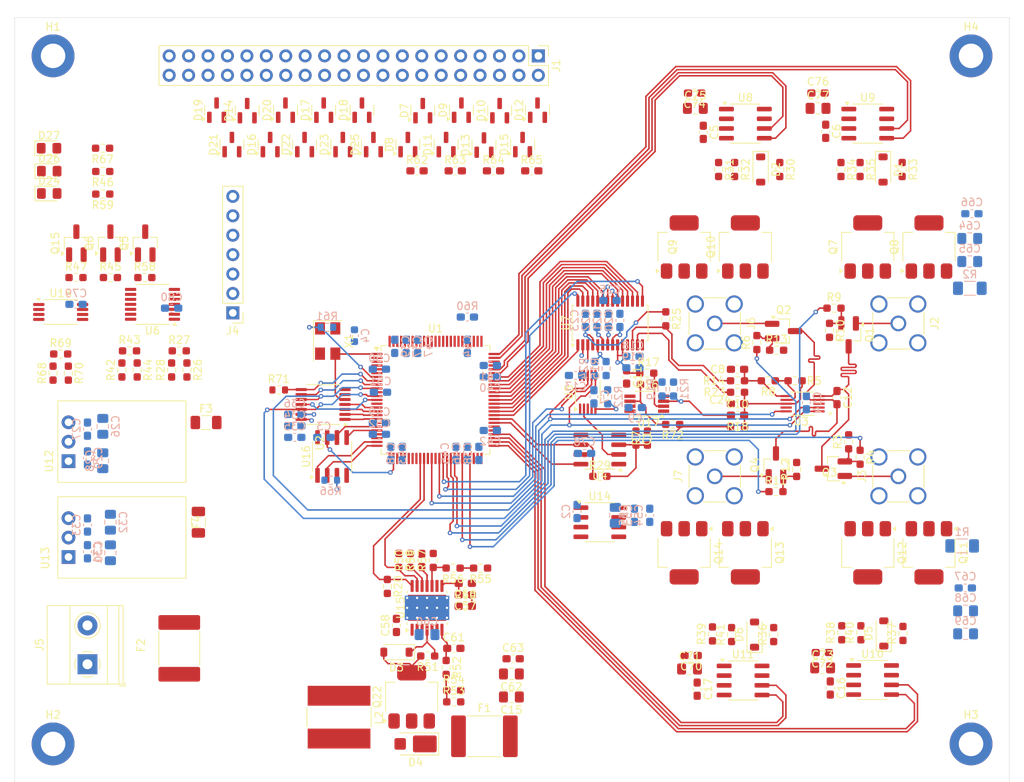
<source format=kicad_pcb>
(kicad_pcb (version 20240108) (generator "pcbnew") (generator_version "8.0")
  (layers (0 "F.Cu" signal) (1 "In1.Cu" signal) (2 "In2.Cu" signal) (31 "B.Cu" signal) (34 "B.Paste" user) (35 "F.Paste" user) (36 "B.SilkS" user "B.Silkscreen") (37 "F.SilkS" user "F.Silkscreen") (38 "B.Mask" user) (39 "F.Mask" user) (44 "Edge.Cuts" user))
  (net 0 "")
  (net 1 "GND")
  (net 2 "Net-(U4-+)")
  (net 3 "/P3V3")
  (net 4 "Net-(D2-K)")
  (net 5 "Net-(U8-HB)")
  (net 6 "Net-(D1-K)")
  (net 7 "Net-(U9-HB)")
  (net 8 "Net-(C11-Pad1)")
  (net 9 "/P3V_REF")
  (net 10 "Net-(U10-HB)")
  (net 11 "Net-(D5-K)")
  (net 12 "Net-(U11-HB)")
  (net 13 "Net-(D6-K)")
  (net 14 "Net-(U7-VREFB)")
  (net 15 "Net-(U7-VREFT)")
  (net 16 "Net-(U7-VREF)")
  (net 17 "Net-(U7-VCOM)")
  (net 18 "/AnalogFrontend/AMPLIFIED_SIGNAL")
  (net 19 "Net-(U12-OUT)")
  (net 20 "/PowerManagement/P15V-20V_5S_FUSED")
  (net 21 "Net-(U13-OUT)")
  (net 22 "Net-(U2-VREG)")
  (net 23 "Net-(U15-COMP)")
  (net 24 "Net-(C57-Pad1)")
  (net 25 "Net-(U15-SS)")
  (net 26 "Net-(U15-CS)")
  (net 27 "Net-(D3-K)")
  (net 28 "Net-(D3-A)")
  (net 29 "Net-(D4-A)")
  (net 30 "/LVDS_SCLK_N")
  (net 31 "/LVDS_SCLK_P")
  (net 32 "/LVDS_CS_N")
  (net 33 "/LVDS_MISO_N")
  (net 34 "/LVDS_CS_P")
  (net 35 "/LVDS_MOSI_N")
  (net 36 "/LVDS_MISO_P")
  (net 37 "/CNTRL_SCLK")
  (net 38 "/LVDS_MOSI_P")
  (net 39 "/CNTRL_CS")
  (net 40 "/CNTRL_MISO")
  (net 41 "/CNTRL_MOSI")
  (net 42 "/CNTRL_GPIO5")
  (net 43 "/CNTRL_GPIO3")
  (net 44 "/CNTRL_GPIO4")
  (net 45 "/CNTRL_GPIO2")
  (net 46 "/CNTRL_GPIO1")
  (net 47 "/CNTRL_GPIO0")
  (net 48 "/PHV")
  (net 49 "/PowerManagement/P15V-20V_5S_UNREGULATED")
  (net 50 "/P12V")
  (net 59 "Net-(U17A-+)")
  (net 60 "/H-bridges/BRIDGE_A_SIGNAL")
  (net 61 "/H-bridges/BRIDGE_C_SIGNAL")
  (net 62 "/H-bridges/BRIDGE_B_SIGNAL")
  (net 63 "/H-bridges/BRIDGE_D_SIGNAL")
  (net 64 "/AnalogFrontend/SIGNAL_UNAMPLIFIED_P")
  (net 65 "Net-(Q1-G)")
  (net 66 "/AnalogFrontend/SIGNAL_UNAMPLIFIED_N")
  (net 67 "Net-(Q4-G)")
  (net 68 "/fpga/EN_SIGNAL_C")
  (net 69 "/fpga/EN_SIGNAL_A")
  (net 70 "Net-(Q2-G)")
  (net 71 "Net-(Q3-G)")
  (net 72 "Net-(U17A--)")
  (net 73 "/AMP_CS")
  (net 74 "/SPI_LOCAL_MOSI")
  (net 75 "Net-(Q7-D)")
  (net 76 "/H-bridges/HA_GATE")
  (net 77 "/H-bridges/LA_GATE")
  (net 78 "/H-bridges/HB_GATE")
  (net 79 "/H-bridges/LB_GATE")
  (net 80 "/H-bridges/HC_GATE")
  (net 81 "Net-(Q11-D)")
  (net 82 "/H-bridges/LC_GATE")
  (net 84 "/SPI_LOCAL_MISO")
  (net 85 "/SPI_LOCAL_SCK")
  (net 89 "/PowerManagement/step-up/PHV_UNFUSED")
  (net 90 "/AnalogFrontend/AMPLIFIED_SIGNAL_N")
  (net 91 "/AnalogFrontend/AMPLIFIED_SIGNAL_P")
  (net 92 "Net-(U3A-INB)")
  (net 93 "Net-(U7-VIN-)")
  (net 94 "Net-(Q22-S)")
  (net 95 "/fpga/EN_SIGNAL_D")
  (net 96 "/fpga/EN_SIGNAL_B")
  (net 97 "/EN_HV_REGULATOR")
  (net 98 "Net-(U5-SPI2C)")
  (net 99 "Net-(U7-VIN+)")
  (net 100 "/STOP_SIGNAL")
  (net 101 "Net-(U8-LO)")
  (net 102 "Net-(U8-HO)")
  (net 103 "Net-(U9-LO)")
  (net 104 "Net-(U9-HO)")
  (net 105 "Net-(U11-LO)")
  (net 106 "/H-bridges/LD_GATE")
  (net 107 "Net-(U10-LO)")
  (net 108 "Net-(U10-HO)")
  (net 109 "/H-bridges/HD_GATE")
  (net 110 "Net-(U11-HO)")
  (net 111 "/fpga/PGOOD_HV_REGULATOR")
  (net 112 "Net-(U15-RT)")
  (net 113 "Net-(R55-Pad2)")
  (net 114 "/PowerManagement/step-up/FB")
  (net 115 "/fpga/STANBY_OSC")
  (net 116 "Net-(U16-SIO2)")
  (net 117 "/ADC_D9")
  (net 118 "/fpga/BRIDGE_D_HI")
  (net 119 "/fpga/TDC_CS")
  (net 120 "/fpga/CLK")
  (net 121 "/fpga/BRIDGE_C_LO")
  (net 122 "/ADC_D7")
  (net 123 "/ADC_D3")
  (net 124 "/fpga/BRIDGE_B_HI")
  (net 125 "/ADC_D4")
  (net 126 "/fpga/BRIDGE_A_HI")
  (net 127 "/ADC_D8")
  (net 128 "/fpga/BRIDGE_C_HI")
  (net 129 "/ADC_DF")
  (net 130 "/ADC_D1")
  (net 131 "/fpga/TDC_INTB")
  (net 132 "/ADC_D2")
  (net 133 "/COMP_SHT")
  (net 134 "/fpga/TDC_STOP")
  (net 135 "/ADC_D6")
  (net 136 "/fpga/SRAM_CS")
  (net 137 "/DAC_CS")
  (net 138 "Net-(U7-IRS)")
  (net 139 "/ADC_STBY")
  (net 140 "/fpga/TDC_START")
  (net 141 "/fpga/BRIDGE_B_LO")
  (net 142 "/fpga/BRIDGE_A_LO")
  (net 143 "/JTAG_TMS")
  (net 144 "/fpga/TDC_EN")
  (net 145 "/ADC_D5")
  (net 146 "/ADC_CLK")
  (net 147 "/fpga/TDC_TRIGG")
  (net 148 "/fpga/SRAM_HOLD")
  (net 149 "/ADC_D0")
  (net 151 "/AnalogFrontend/DAC_COMPARATOR_REF")
  (net 158 "/JTAG_TDI")
  (net 159 "/JTAG_TDO")
  (net 160 "/JTAG_TCK")
  (net 162 "Net-(D24-K)")
  (net 163 "Net-(D24-A)")
  (net 164 "Net-(D26-K)")
  (net 165 "Net-(D26-A)")
  (net 166 "Net-(D27-A)")
  (net 167 "Net-(D27-K)")
  (net 168 "Net-(Q5-G)")
  (net 169 "Net-(Q6-G)")
  (net 170 "Net-(Q15-G)")
  (net 171 "Net-(U6B--)")
  (net 172 "Net-(U6A-+)")
  (net 173 "Net-(U6C-+)")
  (net 174 "Net-(U6D--)")
  (net 175 "Net-(U18A-+)")
  (net 176 "Net-(U18B--)")
  (net 180 "/fpga/SPI_FASTL_SCK")
  (net 184 "/fpga/SPI_FAST_MOSI")
  (net 187 "Net-(R16-Pad1)")
  (net 188 "/fpga/BRIDGE_D_LO")
  (net 189 "/fpga/SPI_FAST_MISO")
  (footprint "Resistor_SMD:R_0603_1608Metric_Pad0.98x0.95mm_HandSolder" (layer "F.Cu") (at 107 90.5875 -90)
    (property "Reference" "R26")
    (property "Value" "10k")
  )
  (footprint "Capacitor_SMD:C_0603_1608Metric_Pad1.08x0.95mm_HandSolder" (layer "F.Cu") (at 137.7 115.5 90)
    (property "Reference" "C59")
    (property "Value" "22n")
  )
  (footprint "Resistor_SMD:R_0603_1608Metric_Pad0.98x0.95mm_HandSolder" (layer "F.Cu") (at 106 88.0875)
    (property "Reference" "R27")
    (property "Value" "10k")
  )
  (footprint "Capacitor_SMD:C_0603_1608Metric_Pad1.08x0.95mm_HandSolder" (layer "F.Cu") (at 190.5 59.365 -90)
    (property "Reference" "C6")
    (property "Value" "220n")
  )
  (footprint "Resistor_SMD:R_0603_1608Metric_Pad0.98x0.95mm_HandSolder" (layer "F.Cu") (at 191 85.4 -90)
    (property "Reference" "R10")
    (property "Value" "1k")
  )
  (footprint "Package_TO_SOT_SMD:SOT-23" (layer "F.Cu") (at 119.88 56.6025 90)
    (property "Reference" "D20")
    (property "Value" "BAT54S")
  )
  (footprint "LED_SMD:LED_0805_2012Metric_Pad1.15x1.40mm_HandSolder" (layer "F.Cu") (at 88.975 61.58)
    (property "Reference" "D27")
    (property "Value" "LED_GREEN")
  )
  (footprint "Resistor_SMD:R_0603_1608Metric_Pad0.98x0.95mm_HandSolder" (layer "F.Cu") (at 98.5 90.5875 90)
    (property "Reference" "R42")
    (property "Value" "10k")
  )
  (footprint "Package_SO:SOIC-8_3.9x4.9mm_P1.27mm" (layer "F.Cu") (at 179.7 131.2)
    (property "Reference" "U11")
    (property "Value" "MIC4604YM")
  )
  (footprint "MountingHole:MountingHole_3.2mm_M3_DIN965_Pad_TopBottom" (layer "F.Cu") (at 209.5 139.5)
    (property "Reference" "H3")
    (property "Value" "MountingHole_Pad")
  )
  (footprint "Package_SO:TSSOP-14_4.4x5mm_P0.65mm" (layer "F.Cu") (at 102.5 82 180)
    (property "Reference" "U6")
    (property "Value" "LM339")
  )
  (footprint "Package_TO_SOT_SMD:SOT-23_Handsoldering" (layer "F.Cu") (at 193.5 86 -90)
    (property "Reference" "Q1")
    (property "Value" "NMOS")
  )
  (footprint "Connector_PinHeader_2.54mm:PinHeader_1x07_P2.54mm_Vertical" (layer "F.Cu") (at 113 83.12 180)
    (property "Reference" "J4")
    (property "Value" "Conn_01x07_Pin")
  )
  (footprint "Capacitor_SMD:C_0603_1608Metric_Pad1.08x0.95mm_HandSolder" (layer "F.Cu") (at 191.975 94.2 -90)
    (property "Reference" "C12")
    (property "Value" "100p")
  )
  (footprint "Package_TO_SOT_SMD:SOT-23" (layer "F.Cu") (at 147.88 56.665 90)
    (property "Reference" "D10")
    (property "Value" "BAT54S")
  )
  (footprint "Resistor_SMD:R_0603_1608Metric_Pad0.98x0.95mm_HandSolder" (layer "F.Cu") (at 90.5 88.5)
    (property "Reference" "R69")
    (property "Value" "10k")
  )
  (footprint "Diode_SMD:D_SOD-123" (layer "F.Cu") (at 134.3875 127.5 180)
    (property "Reference" "D3")
    (property "Value" "1N4148W")
  )
  (footprint "Diode_SMD:D_SOD-123" (layer "F.Cu") (at 198 64.365 -90)
    (property "Reference" "D1")
    (property "Value" "1N4148W")
  )
  (footprint "Package_TO_SOT_SMD:SOT-23_Handsoldering" (layer "F.Cu") (at 97 74 90)
    (property "Reference" "Q6")
    (property "Value" "NMOS")
  )
  (footprint "Resistor_SMD:R_0603_1608Metric_Pad0.98x0.95mm_HandSolder" (layer "F.Cu") (at 195 102 -90)
    (property "Reference" "R4")
    (property "Value" "12")
  )
  (footprint "Resistor_SMD:R_0603_1608Metric_Pad0.98x0.95mm_HandSolder" (layer "F.Cu") (at 105 90.5875 90)
    (property "Reference" "R28")
    (property "Value" "10k")
  )
  (footprint "SpecialStuff:uMAX 10 pin" (layer "F.Cu") (at 187.475 95 180)
    (property "Reference" "U3")
    (property "Value" "MAX9939")
  )
  (footprint "Resistor_SMD:R_0603_1608Metric_Pad0.98x0.95mm_HandSolder" (layer "F.Cu") (at 178.975 92 180)
    (property "Reference" "R14")
    (property "Value" "100")
  )
  (footprint "Package_TO_SOT_SMD:SOT-23_Handsoldering" (layer "F.Cu") (at 184 103 90)
    (property "Reference" "Q4")
    (property "Value" "NMOS")
  )
  (footprint "Package_TO_SOT_SMD:SOT-23" (layer "F.Cu") (at 131.38 61.1025 90)
    (property "Reference" "D25")
    (property "Value" "BAT54S")
  )
  (footprint "Capacitor_SMD:C_0603_1608Metric_Pad1.08x0.95mm_HandSolder" (layer "F.Cu") (at 142.08 64.54)
    (property "Reference" "R63")
    (property "Value" "100")
  )
  (footprint "Resistor_SMD:R_0603_1608Metric_Pad0.98x0.95mm_HandSolder" (layer "F.Cu") (at 200.6 125.05 90)
    (property "Reference" "R37")
    (property "Value" "R")
  )
  (footprint "Package_SO:TSSOP-8_4.4x3mm_P0.65mm" (layer "F.Cu") (at 90.5 83)
    (property "Reference" "U18")
    (property "Value" "LM393")
  )
  (footprint "Resistor_SMD:R_0603_1608Metric_Pad0.98x0.95mm_HandSolder" (layer "F.Cu") (at 184.0875 88)
    (property "Reference" "R13")
    (property "Value" "1k")
  )
  (footprint "Package_TO_SOT_SMD:SOT-23_Handsoldering" (layer "F.Cu") (at 92.55 74 90)
    (property "Reference" "Q15")
    (property "Value" "NMOS")
  )
  (footprint "MountingHole:MountingHole_3.2mm_M3_DIN965_Pad_TopBottom" (layer "F.Cu") (at 89.5 139.5)
    (property "Reference" "H2")
    (property "Value" "MountingHole_Pad")
  )
  (footprint "Package_SO:SOIC-8_3.9x4.9mm_P1.27mm" (layer "F.Cu") (at 125.975 101.9 90)
    (property "Reference" "U16")
    (property "Value" "~")
  )
  (footprint "Resistor_SMD:R_0603_1608Metric_Pad0.98x0.95mm_HandSolder" (layer "F.Cu") (at 193.5 99.9875 90)
    (property "Reference" "R3")
    (property "Value" "1k")
  )
  (footprint "Package_TO_SOT_SMD:SOT-23" (layer "F.Cu") (at 110.88 56.6025 90)
    (property "Reference" "D19")
    (property "Value" "BAT54S")
  )
  (footprint "Package_SO:TSSOP-28_4.4x9.7mm_P0.65mm" (layer "F.Cu") (at 162.325 84.4375 90)
    (property "Reference" "U7")
    (property "Value" "ADC10065")
  )
  (footprint "Resistor_SMD:R_0603_1608Metric_Pad0.98x0.95mm_HandSolder" (layer "F.Cu") (at 141.8 116.5 180)
    (property "Reference" "R56")
    (property "Value" "R")
  )
  (footprint "Package_SO:VSSOP-8_3.0x3.0mm_P0.65mm" (layer "F.Cu") (at 167.1125 95 180)
    (property "Reference" "U17")
    (property "Value" "OPA388")
  )
  (footprint "Capacitor_SMD:C_0603_1608Metric_Pad1.08x0.95mm_HandSolder" (layer "F.Cu") (at 143.3875 118.5 180)
    (property "Reference" "C56")
    (property "Value" "220p")
  )
  (footprint "Package_TO_SOT_SMD:SOT-23_Handsoldering" (layer "F.Cu") (at 101.55 74 90)
    (property "Reference" "Q5")
    (property "Value" "NMOS")
  )
  (footprint "Resistor_SMD:R_0603_1608Metric_Pad0.98x0.95mm_HandSolder" (layer "F.Cu") (at 141.8775 132.5)
    (property "Reference" "R54")
    (property "Value" "10m")
  )
  (footprint "Resistor_SMD:R_0603_1608Metric_Pad0.98x0.95mm_HandSolder" (layer "F.Cu") (at 192.5 64.365 -90)
    (property "Reference" "R34")
    (property "Value" "R")
  )
  (footprint "Package_SO:TSSOP-14_4.4x5mm_P0.65mm" (layer "F.Cu") (at 124.8 95.1 180)
    (property "Reference" "U2")
    (property "Value" "TDC_7200")
  )
  (footprint "Resistor_SMD:R_0603_1608Metric_Pad0.98x0.95mm_HandSolder" (layer "F.Cu") (at 138.475 128 180)
    (property "Reference" "R51")
    (property "Value" "0")
  )
  (footprint "Capacitor_SMD:C_0603_1608Metric_Pad1.08x0.95mm_HandSolder" (layer "F.Cu") (at 190.0625 127.55 180)
    (property "Reference" "C72")
    (property "Value" "220n")
  )
  (footprint "Package_TO_SOT_SMD:SOT-223-3_TabPin2" (layer "F.Cu") (at 172 114.5 -90)
    (property "Reference" "Q14")
    (property "Value" "NMOS")
  )
  (footprint "Resistor_SMD:R_0603_1608Metric_Pad0.98x0.95mm_HandSolder" (layer "F.Cu") (at 178.975 93.5 180)
    (property "Reference" "R23")
    (property "Value" "100")
  )
  (footprint "Resistor_SMD:R_0603_1608Metric_Pad0.98x0.95mm_HandSolder" (layer "F.Cu") (at 170.5 97.7 180)
    (property "Reference" "R72")
    (property "Value" "0")
  )
  (footprint "Package_TO_SOT_SMD:SOT-23" (layer "F.Cu") (at 135.88 61.1025 90)
    (property "Reference" "D8")
    (property "Value" "BAT54S")
  )
  (footprint "Resistor_SMD:R_0603_1608Metric_Pad0.98x0.95mm_HandSolder" (layer "F.Cu") (at 178.6 64.365 -90)
    (property "Reference" "R32")
    (property "Value" "R")
  )
  (footprint "Capacitor_SMD:C_0603_1608Metric_Pad1.08x0.95mm_HandSolder" (layer "F.Cu") (at 137.08 64.54)
    (property "Reference" "R62")
    (property "Value" "100")
  )
  (footprint "LED_SMD:LED_0805_2012Metric_Pad1.15x1.40mm_HandSolder" (layer "F.Cu") (at 89 67.5)
    (property "Reference" "D24")
    (property "Value" "LED_GREEN")
  )
  (footprint "Resistor_SMD:R_0603_1608Metric_Pad0.98x0.95mm_HandSolder" (layer "F.Cu") (at 100.5 90.5875 -90)
    (property "Reference" "R44")
    (property "Value" "10k")
  )
  (footprint "Diode_SMD:D_SOD-123" (layer "F.Cu") (at 181.2 125.2 90)
    (property "Reference" "D6")
    (property "Value" "1N4148W")
  )
  (footprint "Capacitor_SMD:C_0603_1608Metric_Pad1.08x0.95mm_HandSolder" (layer "F.Cu") (at 178.975 90.5)
    (property "Reference" "C8")
    (property "Value" "100n")
  )
  (footprint "Capacitor_SMD:C_0603_1608Metric_Pad1.08x0.95mm_HandSolder" (layer "F.Cu") (at 165.7 99.5 -90)
    (property "Reference" "C1")
    (property "Value" "100p")
  )
  (footprint "Package_TO_SOT_SMD:SOT-23_Handsoldering" (layer "F.Cu") (at 185 85.5)
    (property "Reference" "Q2")
    (property "Value" "NMOS")
  )
  (footprint "Package_TO_SOT_SMD:SOT-23_Handsoldering" (layer "F.Cu") (at 191.5 103.5 180)
    (property "Reference" "Q3")
    (property "Value" "NMOS")
  )
  (footprint "Capacitor_SMD:C_0805_2012Metric_Pad1.18x1.45mm_HandSolder" (layer "F.Cu") (at 172.7 129.7)
    (property "Reference" "C71")
    (property "Value" "4u7")
  )
  (footprint "Package_TO_SOT_SMD:SOT-223-3_TabPin2" (layer "F.Cu") (at 204 74.5 90)
    (property "Reference" "Q8")
    (property "Value" "NMOS")
  )
  (footprint "Capacitor_SMD:C_0603_1608Metric_Pad1.08x0.95mm_HandSolder" (layer "F.Cu") (at 178.975 95)
    (property "Reference" "C24")
    (property "Value" "100n")
  )
  (footprint "Package_TO_SOT_SMD:SOT-23" (layer "F.Cu") (at 117.88 61.1025 90)
    (property "Reference" "D16")
    (property "Value" "BAT54S")
  )
  (footprint "Crystal:Crystal_SMD_5032-4Pin_5.0x3.2mm" (layer "F.Cu") (at 125.4 86.8 -90)
    (property "Reference" "X1")
    (property "Value" "16MHz")
  )
  (footprint "Package_SO:SOIC-8_3.9x4.9mm_P1.27mm" (layer "F.Cu") (at 160.975 110.5)
    (property "Reference" "U14")
    (property "Value" "MCP1501-30xSN")
  )
  (footprint "Resistor_SMD:R_0603_1608Metric_Pad0.98x0.95mm_HandSolder" (layer "F.Cu") (at 192.6 124.9625 90)
    (property "Reference" "R38")
    (property "Value" "R")
  )
  (footprint "Package_SO:SOIC-8_3.9x4.9mm_P1.27mm" (layer "F.Cu") (at 160.975 101 180)
    (property "Reference" "U4")
    (property "Value" "TLV3501AID")
  )
  (footprint "Capacitor_SMD:C_0805_2012Metric_Pad1.18x1.45mm_HandSolder" (layer "F.Cu") (at 189.5 56.365)
    (property "Reference" "C77")
    (property "Value" "4u7")
  )
  (footprint "Package_TO_SOT_SMD:SOT-23" (layer "F.Cu") (at 150.88 61.1025 90)
    (property "Reference" "D15")
    (property "Value" "BAT54S")
  )
  (footprint "Package_TO_SOT_SMD:SOT-223-3_TabPin2" (layer "F.Cu") (at 196 114.5 -90)
    (property "Reference" "Q12")
    (property "Value" "NMOS")
  )
  (footprint "Resistor_SMD:R_0603_1608Metric_Pad0.98x0.95mm_HandSolder" (layer "F.Cu") (at 97 78.5)
    (property "Reference" "R45")
    (property "Value" "10k")
  )
  (footprint "Capacitor_SMD:C_0603_1608Metric_Pad1.08x0.95mm_HandSolder" (layer "F.Cu") (at 173.7 132.3375 -90)
    (property "Reference" "C17")
    (property "Value" "220n")
  )
  (footprint "Package_TO_SOT_SMD:SOT-23" (layer "F.Cu") (at 114.88 56.665 90)
    (property "Reference" "D14")
    (property "Value" "BAT54S")
  )
  (footprint "Capacitor_SMD:C_0603_1608Metric_Pad1.08x0.95mm_HandSolder" (layer "F.Cu") (at 147.08 64.54)
    (property "Reference" "R64")
    (property "Value" "100")
  )
  (footprint "LED_SMD:LED_0805_2012Metric_Pad1.15x1.40mm_HandSolder" (layer "F.Cu") (at 89 64.58)
    (property "Reference" "D26")
    (property "Value" "LED_GREEN")
  )
  (footprint "Fuse:Fuse_1206_3216Metric" (layer "F.Cu") (at 108.5 110.5 -90)
    (property "Reference" "F4")
    (property "Value" "Polyfuse_Small")
  )
  (footprint "Package_TO_SOT_SMD:SOT-23" (layer "F.Cu") (at 142.88 56.6025 90)
    (property "Reference" "D9")
    (property "Value" "BAT54S")
  )
  (footprint "Resistor_SMD:R_0603_1608Metric_Pad0.98x0.95mm_HandSolder" (layer "F.Cu") (at 136.2 115.5 90)
    (property "Reference" "R50")
    (property "Value" "49k9")
  )
  (footprint "Capacitor_SMD:C_0805_2012Metric_Pad1.18x1.45mm_HandSolder" (layer "F.Cu") (at 190.1 129.55)
    (property "Reference" "C73")
    (property "Value" "4u7")
  )
  (footprint "Resistor_SMD:R_0603_1608Metric_Pad0.98x0.95mm_HandSolder" (layer "F.Cu") (at 139.2 115.5 90)
    (property "Reference" "R57")
    (property "Value" "R")
  )
  (footprint "Resistor_SMD:R_0603_1608Metric_Pad0.98x0.95mm_HandSolder" (layer "F.Cu") (at 191.5875 82.5)
    (property "Reference" "R9")
    (property "Value" "12")
  )
  (footprint "Resistor_SMD:R_0603_1608Metric_Pad0.98x0.95mm_HandSolder" (layer "F.Cu") (at 186.7 103.6 90)
    (property "Reference" "R12")
    (property "Value" "1k")
  )
  (footprint "TerminalBlock_Phoenix:TerminalBlock_Phoenix_MKDS-1,5-2-5.08_1x02_P5.08mm_Horizontal" (layer "F.Cu") (at 94 129.08 90)
    (property "Reference" "J5")
    (property "Value" "Screw_Terminal_01x02")
  )
  (footprint "Resistor_SMD:R_0603_1608Metric_Pad0.98x0.95mm_HandSolder" (layer "F.Cu") (at 181.5 87 90)
    (property "Reference" "R6")
    (property "Value" "12")
  )
  (footprint "Resistor_SMD:R_0603_1608Metric_Pad0.98x0.95mm_HandSolder" (layer "F.Cu") (at 167.2 99.5 90)
    (property "Reference" "R7")
    (property "Value" "1k")
  )
  (footprint "Resistor_SMD:R_0603_1608Metric_Pad0.98x0.95mm_HandSolder" (layer "F.Cu") (at 178.975 98)
    (property "Reference" "R18")
    (property "Value" "0")
  )
  (footprint "Package_TO_SOT_SMD:SOT-23" (layer "F.Cu") (at 137.83 56.665 90)
    (property "Reference" "D7")
    (property "Value" "BAT54S")
  )
  (footprint "Resistor_SMD:R_0603_1608Metric_Pad0.98x0.95mm_HandSolder" (layer "F.Cu") (at 186.5 92 180)
    (property "Reference" "R5")
    (property "Value" "10k")
  )
  (footprint "Connector_Coaxial:SMA_Amphenol_901-144_Vertical" (layer "F.Cu") (at 176 104.5 90)
    (property "Reference" "J7")
    (property "Value" "Conn_Coaxial")
  )
  (footprint "Capacitor_SMD:C_0603_1608Metric_Pad1.08x0.95mm_HandSolder" (layer "F.Cu") (at 164.475 91.5 -90)
    (property "Reference" "C11")
    (property "Value" "100n")
  )
  (footprint "Package_TO_SOT_SMD:SOT-23" (layer "F.Cu") (at 145.83 61.165 90)
    (property "Reference" "D13")
    (property "Value" "BAT54S")
  )
  (footprint "Package_TO_SOT_SMD:SOT-223-3_TabPin2" (layer "F.Cu") (at 204 114.5 -90)
    (property "Reference" "Q11")
    (property "Value" "NMOS")
  )
  (footprint "Package_TO_SOT_SMD:SOT-223-3_TabPin2" (layer "F.Cu") (at 180 114.5 -90)
    (property "Reference" "Q13")
    (property "Value" "NMOS")
  )
  (footprint "MountingHole:MountingHole_3.2mm_M3_DIN965_Pad_TopBottom" (layer "F.Cu") (at 89.5 49.5)
    (property "Reference" "H1")
    (property "Value" "MountingHole_Pad")
  )
  (footprint "Fuse:Fuse_2920_7451Metric" (layer "F.Cu") (at 106 127 90)
    (property "Reference" "F2")
    (property "Value" "Polyfuse_Small")
  )
  (footprint "Resistor_SMD:R_0603_1608Metric_Pad0.98x0.95mm_HandSolder" (layer "F.Cu") (at 91.5 91 -90)
    (property "Reference" "R70")
    (property "Value" "10k")
  )
  (footprint "Package_TO_SOT_SMD:SOT-223-3_TabPin2" (layer "F.Cu") (at 180 74.5 90)
    (property "Reference" "Q10")
    (property "Value" "NMOS")
  )
  (footprint "Package_SO:SOIC-8_3.9x4.9mm_P1.27mm" (layer "F.Cu") (at 180 58.365)
    (property "Reference" "U8")
    (property "Value" "MIC4604YM")
  )
  (footprint "Resistor_SMD:R_0603_1608Metric_Pad0.98x0.95mm_HandSolder" (layer "F.Cu") (at 145.3875 116.5 180)
    (property "Reference" "R55")
    (property "Value" "R")
  )
  (footprint "Diode_SMD:D_SOD-123" (layer "F.Cu") (at 182 64.365 -90)
    (property "Reference" "D2")
    (property "Value" "1N4148W")
  )
  (footprint "Resistor_SMD:R_0603_1608Metric_Pad0.98x0.95mm_HandSolder" (layer "F.Cu") (at 89.5 91 90)
    (property "Reference" "R68")
    (property "Value" "10k")
  )
  (footprint "Resistor_SMD:R_0603_1608Metric_Pad0.98x0.95mm_HandSolder" (layer "F.Cu") (at 141.8775 134)
    (property "Reference" "R53")
    (property "Value" "10m")
  )
  (footprint "Package_SO:SOIC-8_3.9x4.9mm_P1.27mm" (layer "F.Cu") (at 196.625 131.145)
    (property "Reference" "U10")
    (property "Value" "MIC4604YM")
  )
  (footprint "Connector_Coaxial:SMA_Amphenol_901-144_Vertical" (layer "F.Cu") (at 200 84.5 -90)
    (property "Reference" "J2")
    (property "Value" "Conn_Coaxial")
  )
  (footprint "Resistor_SMD:R_0603_1608Metric_Pad0.98x0.95mm_HandSolder" (layer "F.Cu") (at 175.7 125.1125 90)
    (property "Reference" "R39")
    (property "Value" "R")
  )
  (footprint "Resistor_SMD:R_0603_1608Metric_Pad0.98x0.95mm_HandSolder" (layer "F.Cu") (at 195.1 124.9625 90)
    (property "Reference" "R40")
    (property "Value" "R")
  )
  (footprint "Resistor_SMD:R_0603_1608Metric_Pad0.98x0.95mm_HandSolder" (layer "F.Cu") (at 96 64.62 180)
    (property "Reference" "R46")
    (property "Value" "10k")
  )
  (footprint "Package_TO_SOT_SMD:SOT-23" (layer "F.Cu") (at 122.38 61.1025 90)
    (property "Reference" "D22")
    (property "Value" "BAT54S")
  )
  (footprint "Package_TO_SOT_SMD:SOT-23" (layer "F.Cu") (at 140.88 61.1025 90)
    (property "Reference" "D11")
    (property "Value" "BAT54S")
  )
  (footprint "Resistor_SMD:R_0603_1608Metric_Pad0.98x0.95mm_HandSolder" (layer "F.Cu") (at 176.5 64.365 -90)
    (property "Reference" "R31")
    (property "Value" "R")
  )
  (footprint "Resistor_SMD:R_0603_1608Metric_Pad0.98x0.95mm_HandSolder" (layer "F.Cu") (at 133.2 118.9 -90)
    (property "Reference" "R20")
    (property "Value" "10k")
  )
  (footprint "Resistor_SMD:R_0603_1608Metric_Pad0.98x0.95mm_HandSolder" (layer "F.Cu") (at 184.5 64.365 -90)
    (property "Reference" "R30")
    (property "Value" "R")
  )
  (footprint "Resistor_SMD:R_0603_1608Metric_Pad0.98x0.95mm_HandSolder" (layer "F.Cu") (at 92.5 78.5)
    (property "Reference" "R47")
    (property "Value" "10k")
  )
  (footprint "Connector_Coaxial:SMA_Amphenol_901-144_Vertical" (layer "F.Cu") (at 176 84.5 -90)
    (property "Reference" "J6")
    (property "Value" "Conn_Coaxial")
  )
  (footprint "Capacitor_SMD:C_0603_1608Metric_Pad1.08x0.95mm_HandSolder" (layer "F.Cu") (at 134.3875 124 90)
    (property "Reference" "C58")
    (property "Value" "10n")
  )
  (footprint "Package_TO_SOT_SMD:SOT-23" (layer "F.Cu") (at 124.88 56.6025 90)
    (property "Reference" "D17")
    (property "Value" "BAT54S")
  )
  (footprint "Capacitor_SMD:C_0603_1608Metric_Pad1.08x0.95mm_HandSolder" (layer "F.Cu") (at 143.3875 120 180)
    (property "Reference" "C57")
    (property "Value" "22n")
  )
  (footprint "Capacitor_SMD:C_0603_1608Metric_Pad1.08x0.95mm_HandSolder" (layer "F.Cu") (at 152.08 64.54)
    (property "Reference" "R65")
    (property "Value" "100")
  )
  (footprint "Connector_Coaxial:SMA_Amphenol_901-144_Vertical" (layer "F.Cu") (at 200 104.5 90)
    (property "Reference" "J3")
    (property "Value" "Conn_Coaxial")
  )
  (footprint "Capacitor_SMD:C_0603_1608Metric_Pad1.08x0.95mm_HandSolder" (layer "F.Cu") (at 174.5 59.5025 -90)
    (property "Reference" "C5")
    (property "Value" "220n")
  )
  (footprint "Resistor_SMD:R_0603_1608Metric_Pad0.98x0.95mm_HandSolder" (layer "F.Cu") (at 178.2 125.2 90)
    (property "Reference" "R41")
    (property "Value" "R")
  )
  (footprint "Resistor_SMD:R_0603_1608Metric" (layer "F.Cu") (at 119 93.2)
    (property "Reference" "R71")
    (property "Value" "10k")
  )
  (footprint "Connector_PinHeader_2.54mm:PinHeader_2x20_P2.54mm_Vertical" (layer "F.Cu") (at 152.94 49.5 -90)
    (property "Reference" "J1")
    (property "Value" "Conn_02x20_Odd_Even")
  )
  (footprint "Package_SO:SOIC-8_3.9x4.9mm_P1.27mm" (layer "F.Cu") (at 196 58.365)
    (property "Reference" "U9")
    (property "Value" "MIC4604YM")
  )
  (footprint "Resistor_SMD:R_0603_1608Metric_Pad0.98x0.95mm_HandSolder" (layer "F.Cu") (at 99.5 88.0875)
    (property "Reference" "R43")
    (property "Value" "10k")
  )
  (footprint "Capacitor_SMD:C_0603_1608Metric_Pad1.08x0.95mm_HandSolder" (layer "F.Cu") (at 173.3625 54.365 180)
    (property "Reference" "C74")
    (property "Value" "220n")
  )
  (footprint "Resistor_SMD:R_0603_1608Metric_Pad0.98x0.95mm_HandSolder" (layer "F.Cu") (at 160.975 104.5)
    (property "Reference" "R29")
    (property "Value" "R")
  )
  (footprint "Resistor_SMD:R_0603_1608Metric_Pad0.98x0.95mm_HandSolder" (layer "F.Cu") (at 184 106.5)
    (property "Reference" "R11")
    (property "Value" "12")
  )
  (footprint "MountingHole:MountingHole_3.2mm_M3_DIN965_Pad_TopBottom" (layer "F.Cu") (at 209.5 49.5)
    (property "Reference" "H4")
    (property "Value" "MountingHole_Pad")
  )
  (footprint "Capacitor_SMD:C_0603_1608Metric_Pad1.08x0.95mm_HandSolder" (layer "F.Cu") (at 172.9175 127.93 180)
    (property "Reference" "C70")
    (property "Value" "220n")
  )
  (footprint "Resistor_SMD:R_0603_1608Metric_Pad0.98x0.95mm_HandSolder" (layer "F.Cu") (at 101.5 78.5)
    (property "Reference" "R58")
    (property "Value" "10k")
  )
  (footprint "Diode_SMD:Vishay_SMPA" (layer "F.Cu") (at 136.8875 139.5 180)
    (property "Reference" "D4")
    (property "Value" "V8PA6HM3/I")
  )
  (footprint "Package_TO_SOT_SMD:SOT-23" (layer "F.Cu") (at 112.88 61.1025 90)
    (property "Reference" "D21")
    (property "Value" "BAT54S")
  )
  (footprint "Resistor_SMD:R_0603_1608Metric_Pad0.98x0.95mm_HandSolder" (layer "F.Cu") (at 167.1125 91)
    (property "Reference" "R17")
    (property "Value" "0")
  )
  (footprint "Capacitor_SMD:C_0603_1608Metric_Pad1.08x0.95mm_HandSolder" (layer "F.Cu") (at 191.1 132.1875 -90)
    (property "Reference" "C16")
    (property "Value" "220n")
  )
  (footprint "Inductor_SMD:L_Bourns-SRN8040_8x8.15mm" (layer "F.Cu") (at 126.8875 136 -90)
    (property "Reference" "L2")
    (property "Value" "6.8u")
  )
  (footprint "Resistor_SMD:R_0603_1608Metric_Pad0.98x0.95mm_HandSolder" (layer "F.Cu") (at 183.7 125.2 90)
    (property "Reference" "R36")
    (property "Value" "R")
  )
  (footprint "Package_QFP:TQFP-100_14x14mm_P0.5mm" (layer "F.Cu") (at 139.5 94.5)
    (property "Reference" "U1")
    (property "Value" "MACHXO2-1200HC-4TG100C")
  )
  (footprint "Package_TO_SOT_SMD:SOT-23" (layer "F.Cu") (at 129.88 56.6025 90)
    (property "Reference" "D18")
    (property "Value" "BAT54S")
  )
  (footprint "Resistor_SMD:R_0603_1608Metric_Pad0.98x0.95mm_HandSolder" (layer "F.Cu") (at 183 92 180)
    (property "Reference" "R8")
    (property "Value" "10k")
  )
  (footprint "Package_SO:VSSOP-10_3x3mm_P0.5mm" (layer "F.Cu") (at 159.4 93.5 90)
    (property "Reference" "U5")
    (property "Value" "DGS0010A")
  )
  (footprint "Capacitor_SMD:C_0603_1608Metric_Pad1.08x0.95mm_HandSolder" (layer "F.Cu") (at 141.8875 127)
    (property "Reference" "C61")
    (property "Value" "100p")
  )
  (footprint "Converter_DCDC:Converter_DCDC_Murata_OKI-78SR_Horizontal" (layer "F.Cu") (at 91.52 102.5125 90)
    (property "Reference" "U12")
    (property "Value" "OKI-78SR-3.3_1.5-W36H-C")
  )
  (footprint "Diode_SMD:D_SOD-123" (layer "F.Cu") (at 198.1 125.05 90)
    (property "Reference" "D5")
    (property "Value" "1N4148W")
  )
  (footprint "Resistor_SMD:R_0603_1608Metric_Pad0.98x0.95mm_HandSolder" (layer "F.Cu") (at 167.2 92.5)
    (property "Reference" "R16")
    (property "Value" "0")
  )
  (footprint "Package_TO_SOT_SMD:SOT-23" (layer "F.Cu") (at 127.38 61.1025 90)
    (property "Reference" "D23")
    (property "Value" "BAT54S")
  )
  (footprint "Package_TO_SOT_SMD:SOT-223-3_TabPin2" (layer "F.Cu") (at 136.3775 133.35 90)
    (property "Reference" "Q22")
    (property "Value" "NMOS")
  )
  (footprint "Fuse:Fuse_1206_3216Metric" (layer "F.Cu") (at 109.5 97.4625)
    (property "Reference" "F3")
    (property "Value" "Polyfuse_Small")
  )
  (footprint "Capacitor_SMD:C_0603_1608Metric_Pad1.08x0.95mm_HandSolder" (layer "F.Cu") (at 143.3875 121.5)
    (property "Reference" "R49")
    (property "Value" "11k3")
  )
  (footprint "Package_TO_SOT_SMD:SOT-223-3_TabPin2" (layer "F.Cu") (at 196 74.5 90)
    (property "Reference" "Q7")
    (property "Value" "NMOS")
  )
  (footprint "Capacitor_SMD:C_0805_2012Metric_Pad1.18x1.45mm_HandSolder" (layer "F.Cu") (at 173.4625 56.365)
    (property "Reference" "C75")
    (property "Value" "4u7")
  )
  (footprint "Resistor_SMD:R_0603_1608Metric_Pad0.98x0.95mm_HandSolder" (layer "F.Cu") (at 95.975 61.58 180)
    (property "Reference" "R67")
    (property "Value" "10k")
  )
  (footprint "Capacitor_SMD:C_0603_1608Metric_Pad1.08x0.95mm_HandSolder" (layer "F.Cu") (at 189.5 54.365 180)
    (property "Reference" "C76")
    (property "Value" "220n")
  )
  (footprint "Resistor_SMD:R_0603_1608Metric_Pad0.98x0.95mm_HandSolder" (layer "F.Cu") (at 200.5 64.365 -90)
    (property "Reference" "R33")
    (property "Value" "R")
  )
  (footprint "Fuse:Fuse_2920_7451Metric" (layer "F.Cu") (at 145.8875 138.5)
    (property "Reference" "F1")
    (property "Value" "Polyfuse_Small")
  )
  (footprint "Resistor_SMD:R_0603_1608Metric_Pad0.98x0.95mm_HandSolder" (layer "F.Cu") (at 169.6 83.9 -90)
    (property "Reference" "R25")
    (property "Value" "0")
  )
  (footprint "Capacitor_SMD:C_0805_2012Metric_Pad1.18x1.45mm_HandSolder" (layer "F.Cu") (at 149.415 133.36 180)
    (property "Reference" "C15")
    (property "Value" "4u7")
  )
  (footprint "Capacitor_SMD:C_0805_2012Metric_Pad1.18x1.45mm_HandSolder" (layer "F.Cu") (at 149.415 130.35 180)
    (property "Reference" "C62")
    (property "Value" "4u7")
  )
  (footprint "Package_SO:HTSSOP-14-1EP_4.4x5mm_P0.65mm_EP3.4x5mm_Mask3x3.1mm_ThermalVias" (layer "F.Cu") (at 138.3875 121.7 90)
    (property "Reference" "U15")
    (property "Value" "LM34966")
  )
  (footprint "Resistor_SMD:R_0603_1608Metric_Pad0.98x0.95mm_HandSolder" (layer "F.Cu") (at 195 64.365 -90)
    (property "Reference" "R35")
    (property "Value" "R")
  )
  (footprint "Resistor_SMD:R_0603_1608Metric_Pad0.98x0.95mm_HandSolder" (layer "F.Cu") (at 140.8875 129.5 -90)
    (property "Reference" "R52")
    (property "Value" "100")
  )
  (footprint "Resistor_SMD:R_0603_1608Metric_Pad0.98x0.95mm_HandSolder" (layer "F.Cu") (at 96 67.58 180)
    (property "Reference" "R59")
    (property "Value" "10k")
  )
  (footprint "Capacitor_SMD:C_0603_1608Metric_Pad1.08x0.95mm_HandSolder" (layer "F.Cu") (at 149.645 128.36)
    (property "Reference" "C63")
    (property "Value" "100n")
  )
  (footprint "Package_TO_SOT_SMD:SOT-23" (layer "F.Cu") (at 152.83 56.6025 90)
    (property "Reference" "D12")
    (property "Value" "BAT54S")
  )
  (footprint "Capacitor_SMD:C_0603_1608Metric_Pad1.08x0.95mm_HandSolder" (layer "F.Cu") (at 178.975 96.5)
    (property "Reference" "C10")
    (property "Value" "100n")
  )
  (footprint "Resistor_SMD:R_0603_1608Metric_Pad0.98x0.95mm_HandSolder" (layer "F.Cu") (at 134.7 115.5 -90)
    (property "Reference" "R48")
    (property "Value" "6k8")
  )
  (footprint "Converter_DCDC:Converter_DCDC_Murata_OKI-78SR_Horizontal" (layer "F.Cu") (at 91.52 115.05 90)
    (property "Reference" "U13")
    (property "Value" "OKI-78SR-12_1.0-W36H-C")
  )
  (footprint "Package_TO_SOT_SMD:SOT-223-3_TabPin2" (layer "F.Cu") (at 172 74.5 90)
    (property "Reference" "Q9")
    (property "Value" "NMOS")
  )
  (footprint "Capacitor_SMD:C_0805_2012Metric_Pad1.18x1.45mm_HandSolder" (layer "B.Cu") (at 97 114.5 -90)
    (property "Reference" "C31")
    (property "Value" "1u")
  )
  (footprint "Resistor_SMD:R_1206_3216Metric_Pad1.30x1.75mm_HandSolder" (layer "B.Cu") (at 208.3375 113.6 180)
    (property "Reference" "R1")
    (property "Value" "0")
  )
  (footprint "Capacitor_SMD:C_0603_1608Metric_Pad1.08x0.95mm_HandSolder" (layer "B.Cu") (at 121.1 96.4 180)
    (property "Reference" "C36")
    (property "Value" "1u")
  )
  (footprint "Capacitor_SMD:C_0603_1608Metric_Pad1.08x0.95mm_HandSolder" (layer "B.Cu") (at 92.5 82 180)
    (property "Reference" "C79")
    (property "Value" "100n")
  )
  (footprint "Capacitor_SMD:C_0603_1608Metric_Pad1.08x0.95mm_HandSolder" (layer "B.Cu") (at 159.1 84.1 -90)
    (property "Reference" "C23")
    (property "Value" "100n")
  )
  (footprint "Capacitor_SMD:C_0805_2012Metric_Pad1.18x1.45mm_HandSolder" (layer "B.Cu") (at 138.3875 125.2 180)
    (property "Reference" "C60")
    (property "Value" "1u")
  )
  (footprint "Resistor_SMD:R_0603_1608Metric_Pad0.98x0.95mm_HandSolder" (layer "B.Cu") (at 160.3 90.4 -90)
    (property "Reference" "R24")
    (property "Value" "0")
  )
  (footprint "Capacitor_SMD:C_0603_1608Metric_Pad1.08x0.95mm_HandSolder" (layer "B.Cu") (at 143.6625 83.6625 180)
    (property "Reference" "R60")
    (property "Value" "100")
  )
  (footprint "Capacitor_SMD:C_0603_1608Metric_Pad1.08x0.95mm_HandSolder" (layer "B.Cu") (at 187.975 94.8625 90)
    (property "Reference" "C14")
    (property "Value" "100n")
  )
  (footprint "Capacitor_SMD:C_0603_1608Metric_Pad1.08x0.95mm_HandSolder" (layer "B.Cu") (at 94 114.3625 90)
    (property "Reference" "C30")
    (property "Value" "10n")
  )
  (footprint "Capacitor_SMD:C_0603_1608Metric_Pad1.08x0.95mm_HandSolder" (layer "B.Cu") (at 146.6625 91.5)
    (property "Reference" "C40")
    (property "Value" "1u")
  )
  (footprint "Capacitor_SMD:C_0603_1608Metric_Pad1.08x0.95mm_HandSolder" (layer "B.Cu") (at 165.6125 95.5)
    (property "Reference" "C9")
    (property "Value" "100n")
  )
  (footprint "Capacitor_SMD:C_0805_2012Metric_Pad1.18x1.45mm_HandSolder" (layer "B.Cu") (at 163 109.595 90)
    (property "Reference" "C53")
    (property "Value" "1u")
  )
  (footprint "Capacitor_SMD:C_0805_2012Metric_Pad1.18x1.45mm_HandSolder" (layer "B.Cu") (at 97 110.5 90)
    (property "Reference" "C32")
    (property "Value" "1u")
  )
  (footprint "Resistor_SMD:R_0603_1608Metric_Pad0.98x0.95mm_HandSolder" (layer "B.Cu") (at 161.8 90.4 -90)
    (property "Reference" "R15")
    (property "Value" "0")
  )
  (footprint "Capacitor_SMD:C_0603_1608Metric_Pad1.08x0.95mm_HandSolder" (layer "B.Cu") (at 94 110.8625 -90)
    (property "Reference" "C33")
    (property "Value" "10n")
  )
  (footprint "Capacitor_SMD:C_0805_2012Metric_Pad1.18x1.45mm_HandSolder" (layer "B.Cu") (at 209.33 76.4 180)
    (property "Reference" "C65")
    (property "Value" "4u7")
  )
  (footprint "Capacitor_SMD:C_0805_2012Metric_Pad1.18x1.45mm_HandSolder" (layer "B.Cu") (at 96 102.4625 -90)
    (property "Reference" "C28")
    (property "Value" "1u")
  )
  (footprint "Capacitor_SMD:C_0603_1608Metric_Pad1.08x0.95mm_HandSolder" (layer "B.Cu") (at 165.3 90.3 180)
    (property "Reference" "C19")
    (property "Value" "4.7u")
  )
  (footprint "Capacitor_SMD:C_0603_1608Metric_Pad1.08x0.95mm_HandSolder" (layer "B.Cu") (at 134.1625 87.5 90)
    (property "Reference" "C39")
    (property "Value" "100n")
  )
  (footprint "Capacitor_SMD:C_0603_1608Metric_Pad1.08x0.95mm_HandSolder" (layer "B.Cu") (at 132.1625 99 180)
    (property "Reference" "C52")
    (property "Value" "100n")
  )
  (footprint "Capacitor_SMD:C_0603_1608Metric_Pad1.08x0.95mm_HandSolder" (layer "B.Cu") (at 121.1 97.9 180)
    (property "Reference" "C34")
    (property "Value" "1n")
  )
  (footprint "Capacitor_SMD:C_0603_1608Metric_Pad1.08x0.95mm_HandSolder" (layer "B.Cu") (at 135.6625 87.5 90)
    (property "Reference" "C37")
    (property "Value" "1u")
  )
  (footprint "Capacitor_SMD:C_0805_2012Metric_Pad1.18x1.45mm_HandSolder" (layer "B.Cu") (at 209.33 73.39 180)
    (property "Reference" "C64")
    (property "Value" "4u7")
  )
  (footprint "Resistor_SMD:R_0603_1608Metric_Pad0.98x0.95mm_HandSolder" (layer "B.Cu") (at 170.6125 93.0875 90)
    (property "Reference" "R21")
    (property "Value" "0")
  )
  (footprint "Capacitor_SMD:C_0603_1608Metric_Pad1.08x0.95mm_HandSolder" (layer "B.Cu") (at 209.6125 70.15)
    (property "Reference" "C66")
    (property "Value" "220n")
  )
  (footprint "Resistor_SMD:R_0603_1608Metric_Pad0.98x0.95mm_HandSolder" (layer "B.Cu") (at 169.1125 93.0875 -90)
    (property "Reference" "R19")
    (property "Value" "0")
  )
  (footprint "Capacitor_SMD:C_0603_1608Metric_Pad1.08x0.95mm_HandSolder" (layer "B.Cu") (at 145.1625 101.5 -90)
    (property "Reference" "C38")
    (property "Value" "100n")
  )
  (footprint "Capacitor_SMD:C_0603_1608Metric_Pad1.08x0.95mm_HandSolder" (layer "B.Cu") (at 146.6625 98.5)
    (property "Reference" "C42")
    (property "Value" "100n")
  )
  (footprint "Resistor_SMD:R_1206_3216Metric_Pad1.30x1.75mm_HandSolder" (layer "B.Cu") (at 209.3425 79.9 180)
    (property "Reference" "R2")
    (property "Value" "0")
  )
  (footprint "Capacitor_SMD:C_0603_1608Metric_Pad1.08x0.95mm_HandSolder" (layer "B.Cu") (at 167.5 109.595 -90)
    (property "Reference" "C54")
    (property "Value" "100n")
  )
  (footprint "Capacitor_SMD:C_0603_1608Metric" (layer "B.Cu") (at 128.9 86.1 90)
    (property "Reference" "C4")
    (property "Value" "10n")
  )
  (footprint "Capacitor_SMD:C_0603_1608Metric_Pad1.08x0.95mm_HandSolder" (layer "B.Cu") (at 135.1625 101.5 -90)
    (property "Reference" "C43")
    (property "Value" "1u")
  )
  (footprint "Capacitor_SMD:C_0603_1608Metric_Pad1.08x0.95mm_HandSolder" (layer "B.Cu") (at 132.3 93.5 180)
    (property "Reference" "C51")
    (property "Value" "100n")
  )
  (footprint "Capacitor_SMD:C_0603_1608Metric_Pad1.08x0.95mm_HandSolder" (layer "B.Cu") (at 143.6625 101.5 -90)
    (property "Reference" "C46")
    (property "Value" "1u")
  )
  (footprint "Capacitor_SMD:C_0603_1608Metric_Pad1.08x0.95mm_HandSolder" (layer "B.Cu") (at 160.2 94.1 90)
    (property "Reference" "C7")
    (property "Value" "100n")
  )
  (footprint "Capacitor_SMD:C_0603_1608Metric_Pad1.08x0.95mm_HandSolder" (layer "B.Cu") (at 132.1625 97.5 180)
    (property "Reference" "C49")
    (property "Value" "1u")
  )
  (footprint "Capacitor_SMD:C_0603_1608Metric_Pad1.08x0.95mm_HandSolder" (layer "B.Cu") (at 94 102.1 90)
    (property "Reference" "C29")
    (property "Value" "10n")
  )
  (footprint "Capacitor_SMD:C_0603_1608Metric_Pad1.08x0.95mm_HandSolder" (layer "B.Cu") (at 158 109.095 -90)
    (property "Reference" "C2")
    (property "Value" "100n")
  )
  (footprint "Capacitor_SMD:C_0603_1608Metric_Pad1.08x0.95mm_HandSolder" (layer "B.Cu") (at 146.6625 90)
    (property "Reference" "C41")
    (property "Value" "100n")
  )
  (footprint "Capacitor_SMD:C_0603_1608Metric_Pad1.08x0.95mm_HandSolder" (layer "B.Cu") (at 162.3 81.5 180)
    (property "Reference" "C25")
    (property "Value" "100n")
  )
  (footprint "Capacitor_SMD:C_0805_2012Metric_Pad1.18x1.45mm_HandSolder" (layer "B.Cu") (at 208.7875 125.1 180)
    (property "Reference" "C69")
    (property "Value" "4u7")
  )
  (footprint "Resistor_SMD:R_0603_1608Metric" (layer "B.Cu") (at 125.8 105)
    (property "Reference" "R66")
    (property "Value" "10k")
  )
  (footprint "Resistor_SMD:R_0603_1608Metric" (layer "B.Cu") (at 125.3 85 180)
    (property "Reference" "R61")
    (property "Value" "10k")
  )
  (footprint "Capacitor_SMD:C_0603_1608Metric_Pad1.08x0.95mm_HandSolder" (layer "B.Cu") (at 165.3 88.8 180)
    (property "Reference" "C18")
    (property "Value" "100n")
  )
  (footprint "Resistor_SMD:R_0603_1608Metric_Pad0.98x0.95mm_HandSolder" (layer "B.Cu") (at 162 94.1 90)
    (property "Reference" "R22")
    (property "Value" "10k")
  )
  (footprint "Capacitor_SMD:C_0603_1608Metric_Pad1.08x0.95mm_HandSolder" (layer "B.Cu") (at 208.75 119.1)
    (property "Reference" "C67")
    (property "Value" "220n")
  )
  (footprint "Capacitor_SMD:C_0603_1608Metric_Pad1.08x0.95mm_HandSolder" (layer "B.Cu") (at 94 98.325 -90)
    (property "Reference" "C27")
    (property "Value" "10n")
  )
  (footprint "Capacitor_SMD:C_0603_1608Metric_Pad1.08x0.95mm_HandSolder" (layer "B.Cu") (at 105 82.5 180)
    (property "Reference" "C80")
    (property "Value" "100n")
  )
  (footprint "Capacitor_SMD:C_0603_1608Metric_Pad1.08x0.95mm_HandSolder" (layer "B.Cu") (at 143.6625 87.5 90)
    (property "Reference" "C44")
    (property "Value" "100n")
  )
  (footprint "Capacitor_SMD:C_0603_1608Metric_Pad1.08x0.95mm_HandSolder" (layer "B.Cu") (at 132.1625 90.48 180)
    (property "Reference" "C50")
    (property "Value" "100n")
  )
  (footprint "Capacitor_SMD:C_0603_1608Metric_Pad1.08x0.95mm_HandSolder" (layer "B.Cu") (at 137.1625 87.5 90)
    (property "Reference" "C47")
    (property "Value" "100n")
  )
  (footprint "Capacitor_SMD:C_0805_2012Metric_Pad1.18x1.45mm_HandSolder" (layer "B.Cu") (at 208.7875 122.09 180)
    (property "Reference" "C68")
    (property "Value" "4u7")
  )
  (footprint "Capacitor_SMD:C_0603_1608Metric_Pad1.08x0.95mm_HandSolder" (layer "B.Cu") (at 162.1 84.1 -90)
    (property "Reference" "C21")
    (property "Value" "100n")
  )
  (footprint "Capacitor_SMD:C_0603_1608Metric_Pad1.08x0.95mm_HandSolder" (layer "B.Cu") (at 160.6 84.1 -90)
    (property "Reference" "C22")
    (property "Value" "100n")
  )
  (footprint "Capacitor_SMD:C_0603_1608Metric_Pad1.08x0.95mm_HandSolder" (layer "B.Cu") (at 142.1625 101.5 -90)
    (property "Reference" "C45")
    (property "Value" "100n")
  )
  (footprint "Capacitor_SMD:C_0603_1608Metric_Pad1.08x0.95mm_HandSolder" (layer "B.Cu") (at 124.9 99.4 180)
    (property "Reference" "C3")
    (property "Value" "100n")
  )
  (footprint "Capacitor_SMD:C_0603_1608Metric_Pad1.08x0.95mm_HandSolder" (layer "B.Cu") (at 157.8 91.3)
    (property "Reference" "C13")
    (property "Value" "100n")
  )
  (footprint "Capacitor_SMD:C_0603_1608Metric_Pad1.08x0.95mm_HandSolder" (layer "B.Cu") (at 158.975 101.5)
    (property "Reference" "C78")
    (property "Value" "100n")
  )
  (footprint "Capacitor_SMD:C_0603_1608Metric_Pad1.08x0.95mm_HandSolder" (layer "B.Cu") (at 163.6 84.1 -90)
    (property "Reference" "C20")
    (property "Value" "100n")
  )
  (footprint "Capacitor_SMD:C_0805_2012Metric_Pad1.18x1.45mm_HandSolder" (layer "B.Cu") (at 96 97.9625 90)
    (property "Reference" "C26")
    (property "Value" "1u")
  )
  (footprint "Capacitor_SMD:C_0603_1608Metric_Pad1.08x0.95mm_HandSolder" (layer "B.Cu") (at 165.5 109.595 -90)
    (property "Reference" "C55")
    (property "Value" "1n")
  )
  (footprint "Capacitor_SMD:C_0603_1608Metric_Pad1.08x0.95mm_HandSolder" (layer "B.Cu") (at 121.1 99.4 180)
    (property "Reference" "C35")
    (property "Value" "100n")
  )
  (footprint "Capacitor_SMD:C_0603_1608Metric_Pad1.08x0.95mm_HandSolder" (layer "B.Cu") (at 133.6625 101.5 -90)
    (property "Reference" "C48")
    (property "Value" "100n")
  )
  (gr_rect (start 84.5 44.5) (end 214.5 144.5) (stroke (width 0.05)) (fill none) (layer "Edge.Cuts"))
  (segment (start 159.2 89.4) (end 159.4 89.2) (width 0.2) (layer "F.Cu") (net 1))
  (segment (start 162.65 80.297369) (end 162.65 81.575) (width 0.2) (layer "F.Cu") (net 1))
  (segment (start 162.6 80.247369) (end 162.65 80.297369) (width 0.2) (layer "F.Cu") (net 1))
  (segment (start 159.4 89.2) (end 159.4 87.3) (width 0.2) (layer "F.Cu") (net 1))
  (via (at 162.6 80.247369) (size 0.6) (drill 0.3) (layers "F.Cu" "B.Cu") (net 1))
  (via (at 159.2 89.4) (size 0.6) (drill 0.3) (layers "F.Cu" "B.Cu") (net 1))
  (segment (start 162.647369 80.247369) (end 163.1625 80.7625) (width 0.2) (layer "B.Cu") (net 1))
  (segment (start 163.1625 80.7625) (end 163.1625 81.5) (width 0.2) (layer "B.Cu") (net 1))
  (segment (start 162.6 80.247369) (end 162.647369 80.247369) (width 0.2) (layer "B.Cu") (net 1))
  (segment (start 164.865 100.365) (end 163.45 100.365) (width 0.2) (layer "F.Cu") (net 2))
  (segment (start 164.8675 100.3625) (end 164.865 100.365) (width 0.2) (layer "F.Cu") (net 2))
  (segment (start 165.75 100.4125) (end 165.7 100.3625) (width 0.2) (layer "F.Cu") (net 2))
  (segment (start 164.6 104.5) (end 165.7 103.4) (width 0.2) (layer "F.Cu") (net 2))
  (segment (start 161.8875 104.5) (end 164.6 104.5) (width 0.2) (layer "F.Cu") (net 2))
  (segment (start 165.7 100.3625) (end 164.8675 100.3625) (width 0.2) (layer "F.Cu") (net 2))
  (segment (start 167.2 100.4125) (end 165.75 100.4125) (width 0.2) (layer "F.Cu") (net 2))
  (segment (start 165.7 103.4) (end 165.7 100.3625) (width 0.2) (layer "F.Cu") (net 2))
  (segment (start 163.3 88.7) (end 163.9 88.7) (width 0.2) (layer "F.Cu") (net 3))
  (segment (start 158.75 88.55) (end 158.6 88.7) (width 0.2) (layer "F.Cu") (net 3))
  (segment (start 121.9375 97.05) (end 123.15 97.05) (width 0.2) (layer "F.Cu") (net 3))
  (segment (start 163.95 88.65) (end 163.95 87.3) (width 0.2) (layer "F.Cu") (net 3))
  (segment (start 123.15 97.05) (end 123.3 97.2) (width 0.2) (layer "F.Cu") (net 3))
  (segment (start 162.003805 79.713931) (end 162 79.717736) (width 0.2) (layer "F.Cu") (net 3))
  (segment (start 163.9 88.7) (end 163.95 88.65) (width 0.2) (layer "F.Cu") (net 3))
  (segment (start 163.3 88.7) (end 163.3 89.6) (width 0.2) (layer "F.Cu") (net 3))
  (segment (start 162 79.717736) (end 162 81.575) (width 0.2) (layer "F.Cu") (net 3))
  (segment (start 158.75 87.3) (end 158.75 88.55) (width 0.2) (layer "F.Cu") (net 3))
  (segment (start 163.3 87.3) (end 163.3 88.7) (width 0.2) (layer "F.Cu") (net 3))
  (via (at 158.6 88.7) (size 0.6) (drill 0.3) (layers "F.Cu" "B.Cu") (net 3))
  (via (at 162.003805 79.713931) (size 0.6) (drill 0.3) (layers "F.Cu" "B.Cu") (net 3))
  (via (at 163.3 89.6) (size 0.6) (drill 0.3) (layers "F.Cu" "B.Cu") (net 3))
  (via (at 123.3 97.2) (size 0.6) (drill 0.3) (layers "F.Cu" "B.Cu") (net 3))
  (segment (start 163.7375 89.6) (end 164.4375 90.3) (width 0.2) (layer "B.Cu") (net 3))
  (segment (start 161.4375 80.280236) (end 162.003805 79.713931) (width 0.2) (layer "B.Cu") (net 3))
  (segment (start 163.6375 89.6) (end 164.4375 88.8) (width 0.2) (layer "B.Cu") (net 3))
  (segment (start 163.3 89.6) (end 163.6375 89.6) (width 0.2) (layer "B.Cu") (net 3))
  (segment (start 163.3 89.6) (end 163.7375 89.6) (width 0.2) (layer "B.Cu") (net 3))
  (segment (start 161.4375 81.5) (end 161.4375 80.280236) (width 0.2) (layer "B.Cu") (net 3))
  (segment (start 166.2 91) (end 164.8375 91) (width 0.2) (layer "F.Cu") (net 8))
  (segment (start 164.8375 91) (end 164.475 90.6375) (width 0.2) (layer "F.Cu") (net 8))
  (segment (start 163.1 86) (end 163.6 86) (width 0.2) (layer "F.Cu") (net 14))
  (segment (start 162.65 86.45) (end 163.1 86) (width 0.2) (layer "F.Cu") (net 14))
  (segment (start 162.65 87.3) (end 162.65 86.45) (width 0.2) (layer "F.Cu") (net 14))
  (via (at 163.6 86) (size 0.6) (drill 0.3) (layers "F.Cu" "B.Cu") (net 14))
  (segment (start 163.6 86) (end 163.6 84.9625) (width 0.2) (layer "B.Cu") (net 14))
  (segment (start 162 87.3) (end 162 86.1) (width 0.2) (layer "F.Cu") (net 15))
  (segment (start 162 86.1) (end 162.1 86) (width 0.2) (layer "F.Cu") (net 15))
  (via (at 162.1 86) (size 0.6) (drill 0.3) (layers "F.Cu" "B.Cu") (net 15))
  (segment (start 162.1 86) (end 162.1 84.9625) (width 0.2) (layer "B.Cu") (net 15))
  (segment (start 161.35 87.3) (end 161.35 86.55) (width 0.2) (layer "F.Cu") (net 16))
  (segment (start 161.35 86.55) (end 160.8 86) (width 0.2) (layer "F.Cu") (net 16))
  (via (at 160.8 86) (size 0.6) (drill 0.3) (layers "F.Cu" "B.Cu") (net 16))
  (segment (start 160.6 85.8) (end 160.6 84.9625) (width 0.2) (layer "B.Cu") (net 16))
  (segment (start 160.8 86) (end 160.6 85.8) (width 0.2) (layer "B.Cu") (net 16))
  (segment (start 160.05 86.45) (end 160.05 87.3) (width 0.2) (layer "F.Cu") (net 17))
  (segment (start 167.1125 82.9875) (end 169.6 82.9875) (width 0.2) (layer "F.Cu") (net 17))
  (segment (start 159.1 86) (end 159.6 86) (width 0.2) (layer "F.Cu") (net 17))
  (segment (start 165.7 84.4) (end 167.1125 82.9875) (width 0.2) (layer "F.Cu") (net 17))
  (segment (start 159.6 86) (end 160.05 86.45) (width 0.2) (layer "F.Cu") (net 17))
  (via (at 165.7 84.4) (size 0.6) (drill 0.3) (layers "F.Cu" "B.Cu") (net 17))
  (via (at 159.1 86) (size 0.6) (drill 0.3) (layers "F.Cu" "B.Cu") (net 17))
  (segment (start 164.5 85.6) (end 164.5 86.2) (width 0.2) (layer "B.Cu") (net 17))
  (segment (start 160.4 87.3) (end 159.1 86) (width 0.2) (layer "B.Cu") (net 17))
  (segment (start 159.1 86) (end 159.1 84.9625) (width 0.2) (layer "B.Cu") (net 17))
  (segment (start 165.7 84.4) (end 164.5 85.6) (width 0.2) (layer "B.Cu") (net 17))
  (segment (start 164.5 86.2) (end 163.4 87.3) (width 0.2) (layer "B.Cu") (net 17))
  (segment (start 163.4 87.3) (end 160.4 87.3) (width 0.2) (layer "B.Cu") (net 17))
  (segment (start 171.4125 97.8125) (end 171.6 98) (width 0.2) (layer "F.Cu") (net 18))
  (segment (start 171.6 98) (end 171.0125 98.5875) (width 0.2) (layer "F.Cu") (net 18))
  (segment (start 171.4125 97.7) (end 171.5 97.7) (width 0.2) (layer "F.Cu") (net 18))
  (segment (start 171.0125 98.5875) (end 167.2 98.5875) (width 0.2) (layer "F.Cu") (net 18))
  (segment (start 178.0625 98) (end 171.6 98) (width 0.2) (layer "F.Cu") (net 18))
  (segment (start 171.4125 97.7) (end 171.4125 97.8125) (width 0.2) (layer "F.Cu") (net 18))
  (segment (start 123.4 96.4) (end 123.6 96.4) (width 0.2) (layer "F.Cu") (net 22))
  (segment (start 121.9375 96.4) (end 123.4 96.4) (width 0.2) (layer "F.Cu") (net 22))
  (via (at 123.6 96.4) (size 0.6) (drill 0.3) (layers "F.Cu" "B.Cu") (net 22))
  (segment (start 123.6 96.4) (end 121.9625 96.4) (width 0.2) (layer "B.Cu") (net 22))
  (segment (start 140.3375 118.8375) (end 140.675 118.5) (width 0.2) (layer "F.Cu") (net 23))
  (segment (start 142.525 118.5) (end 142.525 120) (width 0.2) (layer "F.Cu") (net 23))
  (segment (start 140.675 118.5) (end 142.525 118.5) (width 0.2) (layer "F.Cu") (net 23))
  (segment (start 144.25 121.5) (end 144.25 120) (width 0.2) (layer "F.Cu") (net 24))
  (segment (start 137.7 116.7) (end 138.4 117.4) (width 0.2) (layer "F.Cu") (net 25))
  (segment (start 138.3875 117.5125) (end 138.3875 118.8375) (width 0.2) (layer "F.Cu") (net 25))
  (segment (start 138.4 117.4) (end 138.4 117.5) (width 0.2) (layer "F.Cu") (net 25))
  (segment (start 138.4 117.5) (end 138.3875 117.5125) (width 0.2) (layer "F.Cu") (net 25))
  (segment (start 137.7 116.3625) (end 137.7 116.7) (width 0.2) (layer "F.Cu") (net 25))
  (segment (start 140.3375 125.6375) (end 141.025 126.325) (width 0.2) (layer "F.Cu") (net 26))
  (segment (start 140.3375 124.5625) (end 140.3375 125.6375) (width 0.2) (layer "F.Cu") (net 26))
  (segment (start 141.025 126.325) (end 141.025 127) (width 0.2) (layer "F.Cu") (net 26))
  (segment (start 140.8875 127.1375) (end 141.025 127) (width 0.2) (layer "F.Cu") (net 26))
  (segment (start 140.8875 128.5875) (end 140.8875 127.1375) (width 0.2) (layer "F.Cu") (net 26))
  (segment (start 136.3 127.5) (end 137 126.8) (width 0.2) (layer "F.Cu") (net 27))
  (segment (start 138.3875 126.1875) (end 139.3875 127.1875) (width 0.2) (layer "F.Cu") (net 27))
  (segment (start 138.3875 124.5625) (end 138.3875 126.1875) (width 0.2) (layer "F.Cu") (net 27))
  (segment (start 136.0375 127.5) (end 136.3 127.5) (width 0.2) (layer "F.Cu") (net 27))
  (segment (start 137 126.8) (end 137.775 126.8) (width 0.2) (layer "F.Cu") (net 27))
  (segment (start 137.775 126.8) (end 138.3875 126.1875) (width 0.2) (layer "F.Cu") (net 27))
  (segment (start 139.3875 127.1875) (end 139.3875 128) (width 0.2) (layer "F.Cu") (net 27))
  (segment (start 133.3 129) (end 132.7375 128.4375) (width 0.2) (layer "F.Cu") (net 28))
  (segment (start 136.1 129) (end 133.3 129) (width 0.2) (layer "F.Cu") (net 28))
  (segment (start 136.3775 130.2) (end 136.3775 129.2775) (width 0.2) (layer "F.Cu") (net 28))
  (segment (start 137.5625 128.1375) (end 136.3775 129.3225) (width 0.2) (layer "F.Cu") (net 28))
  (segment (start 136.3775 129.2775) (end 136.1 129) (width 0.2) (layer "F.Cu") (net 28))
  (segment (start 132.7375 128.4375) (end 132.7375 127.5) (width 0.2) (layer "F.Cu") (net 28))
  (segment (start 136.3775 129.3225) (end 136.3775 130.2) (width 0.2) (layer "F.Cu") (net 28))
  (segment (start 137.5625 128) (end 137.5625 128.1375) (width 0.2) (layer "F.Cu") (net 28))
  (segment (start 171.575 94.675) (end 169.3125 94.675) (width 0.2) (layer "F.Cu") (net 59))
  (segment (start 172.675 94.675) (end 171.625 94.675) (width 0.2) (layer "F.Cu") (net 59))
  (segment (start 178.1125 96.5) (end 174.5 96.5) (width 0.2) (layer "F.Cu") (net 59))
  (segment (start 174.5 96.5) (end 172.675 94.675) (width 0.2) (layer "F.Cu") (net 59))
  (segment (start 171.6 94.7) (end 171.575 94.675) (width 0.2) (layer "F.Cu") (net 59))
  (segment (start 171.625 94.675) (end 171.6 94.7) (width 0.2) (layer "F.Cu") (net 59))
  (via (at 171.6 94.7) (size 0.6) (drill 0.3) (layers "F.Cu" "B.Cu") (net 59))
  (segment (start 171.3125 94.7) (end 170.6125 94) (width 0.2) (layer "B.Cu") (net 59))
  (segment (start 170.6125 94) (end 169.1125 94) (width 0.2) (layer "B.Cu") (net 59))
  (segment (start 171.6 94.7) (end 171.3125 94.7) (width 0.2) (layer "B.Cu") (net 59))
  (segment (start 194.45 84.5) (end 199.975 84.5) (width 0.2) (layer "F.Cu") (net 60))
  (segment (start 193.05 104.5) (end 193 104.45) (width 0.2) (layer "F.Cu") (net 61))
  (segment (start 199.975 104.5) (end 193.05 104.5) (width 0.2) (layer "F.Cu") (net 61))
  (segment (start 183.45 84.5) (end 183.5 84.55) (width 0.2) (layer "F.Cu") (net 62))
  (segment (start 176 84.5) (end 183.45 84.5) (width 0.2) (layer "F.Cu") (net 62))
  (segment (start 176 104.5) (end 183.05 104.5) (width 0.2) (layer "F.Cu") (net 63))
  (segment (start 189.625 94) (end 191.3125 94) (width 0.2) (layer "F.Cu") (net 64))
  (segment (start 193.5 92.5) (end 193.5 91.608052) (width 0.2) (layer "F.Cu") (net 64))
  (segment (start 194.31 89.848052) (end 193.66 89.848052) (width 0.2) (layer "F.Cu") (net 64))
  (segment (start 193.5 89.608052) (end 193.5 89.3) (width 0.2) (layer "F.Cu") (net 64))
  (segment (start 192.53 90.488052) (end 192.53 90.408052) (width 0.2) (layer "F.Cu") (net 64))
  (segment (start 192.8625 93.1375) (end 193.5 93.775) (width 0.2) (layer "F.Cu") (net 64))
  (segment (start 192.8625 93.1375) (end 193.5 92.5) (width 0.2) (layer "F.Cu") (net 64))
  (segment (start 192.69 90.248052) (end 193.5 90.248052) (width 0.2) (layer "F.Cu") (net 64))
  (segment (start 192.69 91.048052) (end 193.34 91.048052) (width 0.2) (layer "F.Cu") (net 64))
  (segment (start 193.5 89.688052) (end 193.5 89.608052) (width 0.2) (layer "F.Cu") (net 64))
  (segment (start 191.3125 94) (end 191.975 93.3375) (width 0.2) (layer "F.Cu") (net 64))
  (segment (start 192.53 91.288052) (end 192.53 91.208052) (width 0.2) (layer "F.Cu") (net 64))
  (segment (start 193.5 89.3) (end 193.5 87.5) (width 0.2) (layer "F.Cu") (net 64))
  (segment (start 192.175 93.1375) (end 192.8625 93.1375) (width 0.2) (layer "F.Cu") (net 64))
  (segment (start 193.5 97.1) (end 190 100.6) (width 0.2) (layer "F.Cu") (net 64))
  (segment (start 194.31 90.648052) (end 193.5 90.648052) (width 0.2) (layer "F.Cu") (net 64))
  (segment (start 193.5 93.775) (end 193.5 97.1) (width 0.2) (layer "F.Cu") (net 64))
  (segment (start 193.34 91.448052) (end 192.69 91.448052) (width 0.2) (layer "F.Cu") (net 64))
  (segment (start 193.34 91.048052) (end 194.31 91.048052) (width 0.2) (layer "F.Cu") (net 64))
  (segment (start 190 100.6) (end 190 103.5) (width 0.2) (layer "F.Cu") (net 64))
  (segment (start 194.47 90.888052) (end 194.47 90.808052) (width 0.2) (layer "F.Cu") (net 64))
  (segment (start 193.5 90.648052) (end 192.69 90.648052) (width 0.2) (layer "F.Cu") (net 64))
  (segment (start 194.47 90.088052) (end 194.47 90.008052) (width 0.2) (layer "F.Cu") (net 64))
  (segment (start 193.5 90.248052) (end 194.31 90.248052) (width 0.2) (layer "F.Cu") (net 64))
  (segment (start 191.975 93.3375) (end 192.175 93.1375) (width 0.2) (layer "F.Cu") (net 64))
  (arc (start 193.66 89.848052) (mid 193.546863 89.801189) (end 193.5 89.688052) (width 0.2) (layer "F.Cu") (net 64))
  (arc (start 194.47 90.008052) (mid 194.423137 89.894915) (end 194.31 89.848052) (width 0.2) (layer "F.Cu") (net 64))
  (arc (start 192.53 91.208052) (mid 192.576863 91.094915) (end 192.69 91.048052) (width 0.2) (layer "F.Cu") (net 64))
  (arc (start 192.69 90.648052) (mid 192.576863 90.601189) (end 192.53 90.488052) (width 0.2) (layer "F.Cu") (net 64))
  (arc (start 193.5 91.608052) (mid 193.453137 91.494915) (end 193.34 91.448052) (width 0.2) (layer "F.Cu") (net 64))
  (arc (start 194.31 91.048052) (mid 194.423137 91.001189) (end 194.47 90.888052) (width 0.2) (layer "F.Cu") (net 64))
  (arc (start 192.53 90.408052) (mid 192.576863 90.294915) (end 192.69 90.248052) (width 0.2) (layer "F.Cu") (net 64))
  (arc (start 194.47 90.808052) (mid 194.423137 90.694915) (end 194.31 90.648052) (width 0.2) (layer "F.Cu") (net 64))
  (arc (start 194.31 90.248052) (mid 194.423137 90.201189) (end 194.47 90.088052) (width 0.2) (layer "F.Cu") (net 64))
  (arc (start 192.69 91.448052) (mid 192.576863 91.401189) (end 192.53 91.288052) (width 0.2) (layer "F.Cu") (net 64))
  (segment (start 192.5 82.6) (end 192.55 82.65) (width 0.2) (layer "F.Cu") (net 65))
  (segment (start 191 84.4875) (end 192.5375 84.4875) (width 0.2) (layer "F.Cu") (net 65))
  (segment (start 192.5375 84.4875) (end 192.55 84.5) (width 0.2) (layer "F.Cu") (net 65))
  (segment (start 192.5 82.5) (end 192.5 82.6) (width 0.2) (layer "F.Cu") (net 65))
  (segment (start 192.55 82.65) (end 192.55 84.5) (width 0.2) (layer "F.Cu") (net 65))
  (segment (start 189 87) (end 189 88.6) (width 0.2) (layer "F.Cu") (net 66))
  (segment (start 188.44 89.56) (end 188.84 89.56) (width 0.2) (layer "F.Cu") (net 66))
  (segment (start 189.72 88.92) (end 189.72 89) (width 0.2) (layer "F.Cu") (net 66))
  (segment (start 189.16 89.16) (end 188.44 89.16) (width 0.2) (layer "F.Cu") (net 66))
  (segment (start 188.210138 98.6) (end 185 98.6) (width 0.2) (layer "F.Cu") (net 66))
  (segment (start 188.530138 98) (end 188.610138 98) (width 0.2) (layer "F.Cu") (net 66))
  (segment (start 186.5 85.5) (end 187.5 85.5) (width 0.2) (layer "F.Cu") (net 66))
  (segment (start 188.5 94.5) (end 189.625 94.5) (width 0.2) (layer "F.Cu") (net 66))
  (segment (start 191.4125 94.5) (end 191.975 95.0625) (width 0.2) (layer "F.Cu") (net 66))
  (segment (start 189.625 94.5) (end 191.4125 94.5) (width 0.2) (layer "F.Cu") (net 66))
  (segment (start 191.975 97.525) (end 191.975 95.0625) (width 0.2) (layer "F.Cu") (net 66))
  (segment (start 189.56 89.16) (end 189.16 89.16) (width 0.2) (layer "F.Cu") (net 66))
  (segment (start 188.28 89.32) (end 188.28 89.4) (width 0.2) (layer "F.Cu") (net 66))
  (segment (start 189 92.5) (end 188 93.5) (width 0.2) (layer "F.Cu") (net 66))
  (segment (start 189 90.2) (end 189 92.5) (width 0.2) (layer "F.Cu") (net 66))
  (segment (start 190.9 98.6) (end 191.975 97.525) (width 0.2) (layer "F.Cu") (net 66))
  (segment (start 188.770138 98.16) (end 188.770138 98.44) (width 0.2) (layer "F.Cu") (net 66))
  (segment (start 189 89.72) (end 189 89.8) (width 0.2) (layer "F.Cu") (net 66))
  (segment (start 188.930138 99.2) (end 189.010138 99.2) (width 0.2) (layer "F.Cu") (net 66))
  (segment (start 188 94) (end 188.5 94.5) (width 0.2) (layer "F.Cu") (net 66))
  (segment (start 189.5 98.6) (end 190.9 98.6) (width 0.2) (layer "F.Cu") (net 66))
  (segment (start 188 93.5) (end 188 94) (width 0.2) (layer "F.Cu") (net 66))
  (segment (start 188.770138 98.44) (end 188.770138 99.04) (width 0.2) (layer "F.Cu") (net 66))
  (segment (start 189.410138 98.6) (end 189.5 98.6) (width 0.2) (layer "F.Cu") (net 66))
  (segment (start 187.5 85.5) (end 189 87) (width 0.2) (layer "F.Cu") (net 66))
  (segment (start 189.16 88.76) (end 189.56 88.76) (width 0.2) (layer "F.Cu") (net 66))
  (segment (start 184 99.6) (end 184 101.5) (width 0.2) (layer "F.Cu") (net 66))
  (segment (start 189.330138 98.6) (end 189.410138 98.6) (width 0.2) (layer "F.Cu") (net 66))
  (segment (start 189.170138 99.04) (end 189.170138 98.76) (width 0.2) (layer "F.Cu") (net 66))
  (segment (start 188.370138 98.44) (end 188.370138 98.16) (width 0.2) (layer "F.Cu") (net 66))
  (segment (start 185 98.6) (end 184 99.6) (width 0.2) (layer "F.Cu") (net 66))
  (segment (start 189 89.8) (end 189 90.2) (width 0.2) (layer "F.Cu") (net 66))
  (arc (start 188.44 89.16) (mid 188.326863 89.206863) (end 188.28 89.32) (width 0.2) (layer "F.Cu") (net 66))
  (arc (start 188.610138 98) (mid 188.723275 98.046863) (end 188.770138 98.16) (width 0.2) (layer "F.Cu") (net 66))
  (arc (start 188.84 89.56) (mid 188.953137 89.606863) (end 189 89.72) (width 0.2) (layer "F.Cu") (net 66))
  (arc (start 188.210138 98.6) (mid 188.323275 98.553137) (end 188.370138 98.44) (width 0.2) (layer "F.Cu") (net 66))
  (arc (start 188.370138 98.16) (mid 188.417001 98.046863) (end 188.530138 98) (width 0.2) (layer "F.Cu") (net 66))
  (arc (start 188.770138 99.04) (mid 188.817001 99.153137) (end 188.930138 99.2) (width 0.2) (layer "F.Cu") (net 66))
  (arc (start 189.72 89) (mid 189.673137 89.113137) (end 189.56 89.16) (width 0.2) (layer "F.Cu") (net 66))
  (arc (start 189 88.6) (mid 189.046863 88.713137) (end 189.16 88.76) (width 0.2) (layer "F.Cu") (net 66))
  (arc (start 189.56 88.76) (mid 189.673137 88.806863) (end 189.72 88.92) (width 0.2) (layer "F.Cu") (net 66))
  (arc (start 188.28 89.4) (mid 188.326863 89.513137) (end 188.44 89.56) (width 0.2) (layer "F.Cu") (net 66))
  (arc (start 189.010138 99.2) (mid 189.123275 99.153137) (end 189.170138 99.04) (width 0.2) (layer "F.Cu") (net 66))
  (arc (start 189.170138 98.76) (mid 189.217001 98.646863) (end 189.330138 98.6) (width 0.2) (layer "F.Cu") (net 66))
  (segment (start 184.9125 104.5375) (end 184.95 104.5) (width 0.2) (layer "F.Cu") (net 67))
  (segment (start 184.95 104.5) (end 186.6875 104.5) (width 0.2) (layer "F.Cu") (net 67))
  (segment (start 186.6875 104.5) (end 186.7 104.5125) (width 0.2) (layer "F.Cu") (net 67))
  (segment (start 184.9125 106.5) (end 184.9125 104.5375) (width 0.2) (layer "F.Cu") (net 67))
  (segment (start 143 112.8) (end 143 102.1625) (width 0.2) (layer "F.Cu") (net 68))
  (segment (start 195 101.0875) (end 195 99.5) (width 0.2) (layer "F.Cu") (net 68))
  (via (at 143 112.8) (size 0.6) (drill 0.3) (layers "F.Cu" "B.Cu") (net 68))
  (via (at 195 99.5) (size 0.6) (drill 0.3) (layers "F.Cu" "B.Cu") (net 68))
  (segment (start 143 112.8) (end 147.394115 112.8) (width 0.2) (layer "B.Cu") (net 68))
  (segment (start 147.394115 112.8) (end 154.6 105.594115) (width 0.2) (layer "B.Cu") (net 68))
  (segment (start 154.6 105.594115) (end 154.6 100.1) (width 0.2) (layer "B.Cu") (net 68))
  (segment (start 155.3 99.4) (end 194.9 99.4) (width 0.2) (layer "B.Cu") (net 68))
  (segment (start 194.9 99.4) (end 195 99.5) (width 0.2) (layer "B.Cu") (net 68))
  (segment (start 154.6 100.1) (end 155.3 99.4) (width 0.2) (layer "B.Cu") (net 68))
  (segment (start 189.7 82.5) (end 189.2 83) (width 0.2) (layer "F.Cu") (net 69))
  (segment (start 190.675 82.5) (end 189.7 82.5) (width 0.2) (layer "F.Cu") (net 69))
  (segment (start 141.8 110.351471) (end 141.8 104.765686) (width 0.2) (layer "F.Cu") (net 69))
  (segment (start 141.4 111.9) (end 141.4 110.751471) (width 0.2) (layer "F.Cu") (net 69))
  (segment (start 141.4 110.751471) (end 141.8 110.351471) (width 0.2) (layer "F.Cu") (net 69))
  (segment (start 141.8 104.765686) (end 141.5 104.465686) (width 0.2) (layer "F.Cu") (net 69))
  (segment (start 141.5 104.465686) (end 141.5 102.1625) (width 0.2) (layer "F.Cu") (net 69))
  (via (at 141.4 111.9) (size 0.6) (drill 0.3) (layers "F.Cu" "B.Cu") (net 69))
  (via (at 189.2 83) (size 0.6) (drill 0.3) (layers "F.Cu" "B.Cu") (net 69))
  (segment (start 155.1 99) (end 186.7 99) (width 0.2) (layer "B.Cu") (net 69))
  (segment (start 186.7 99) (end 187.1 98.6) (width 0.2) (layer "B.Cu") (net 69))
  (segment (start 141.4 111.9) (end 147.728427 111.9) (width 0.2) (layer "B.Cu") (net 69))
  (segment (start 187.1 85.1) (end 189.2 83) (width 0.2) (layer "B.Cu") (net 69))
  (segment (start 147.728427 111.9) (end 154.2 105.428429) (width 0.2) (layer "B.Cu") (net 69))
  (segment (start 154.2 99.9) (end 155.1 99) (width 0.2) (layer "B.Cu") (net 69))
  (segment (start 154.2 105.428429) (end 154.2 99.9) (width 0.2) (layer "B.Cu") (net 69))
  (segment (start 187.1 98.6) (end 187.1 85.1) (width 0.2) (layer "B.Cu") (net 69))
  (segment (start 183.175 87.525) (end 183.5 87.2) (width 0.2) (layer "F.Cu") (net 70))
  (segment (start 183.5 87.2) (end 183.5 86.45) (width 0.2) (layer "F.Cu") (net 70))
  (segment (start 181.8875 86.0875) (end 182.25 86.45) (width 0.2) (layer "F.Cu") (net 70))
  (segment (start 183.175 88) (end 183.175 87.525) (width 0.2) (layer "F.Cu") (net 70))
  (segment (start 181.5 86.0875) (end 181.8875 86.0875) (width 0.2) (layer "F.Cu") (net 70))
  (segment (start 182.25 86.45) (end 183.5 86.45) (width 0.2) (layer "F.Cu") (net 70))
  (segment (start 193 102.55) (end 194.6375 102.55) (width 0.2) (layer "F.Cu") (net 71))
  (segment (start 194.6375 102.55) (end 195 102.9125) (width 0.2) (layer "F.Cu") (net 71))
  (segment (start 193.5 100.9) (end 193.5 102.05) (width 0.2) (layer "F.Cu") (net 71))
  (segment (start 193.5 102.05) (end 193 102.55) (width 0.2) (layer "F.Cu") (net 71))
  (segment (start 168.1125 91.0875) (end 168.025 91) (width 0.2) (layer "F.Cu") (net 72))
  (segment (start 169.3125 95.325) (end 168.3875 95.325) (width 0.2) (layer "F.Cu") (net 72))
  (segment (start 168.1125 92.5) (end 168.1125 91.0875) (width 0.2) (layer "F.Cu") (net 72))
  (segment (start 168.3875 95.325) (end 168.1125 95.05) (width 0.2) (layer "F.Cu") (net 72))
  (segment (start 168.1125 95.05) (end 168.1125 92.5) (width 0.2) (layer "F.Cu") (net 72))
  (segment (start 183.5 96.4) (end 183.9 96) (width 0.2) (layer "F.Cu") (net 73))
  (segment (start 183.9 96) (end 185.325 96) (width 0.2) (layer "F.Cu") (net 73))
  (segment (start 139 108) (end 139 102.1625) (width 0.2) (layer "F.Cu") (net 73))
  (via (at 139 108) (size 0.6) (drill 0.3) (layers "F.Cu" "B.Cu") (net 73))
  (via (at 183.5 96.4) (size 0.6) (drill 0.3) (layers "F.Cu" "B.Cu") (net 73))
  (segment (start 149.365685 108) (end 139 108) (width 0.2) (layer "B.Cu") (net 73))
  (segment (start 154.2 96.4) (end 152.6 98) (width 0.2) (layer "B.Cu") (net 73))
  (segment (start 152.6 104.765685) (end 152.532842 104.832843) (width 0.2) (layer "B.Cu") (net 73))
  (segment (start 152.6 98) (end 152.6 104.765685) (width 0.2) (layer "B.Cu") (net 73))
  (segment (start 183.5 96.4) (end 163.2 96.4) (width 0.2) (layer "B.Cu") (net 73))
  (segment (start 156.6 96.4) (end 154.2 96.4) (width 0.2) (layer "B.Cu") (net 73))
  (segment (start 152.532842 104.832843) (end 149.365685 108) (width 0.2) (layer "B.Cu") (net 73))
  (segment (start 163.2 96.4) (end 156.6 96.4) (width 0.2) (layer "B.Cu") (net 73))
  (segment (start 129.7 92.9) (end 129.8 93) (width 0.2) (layer "F.Cu") (net 74))
  (segment (start 121.9375 94.45) (end 124.098529 94.45) (width 0.2) (layer "F.Cu") (net 74))
  (segment (start 185.8 97) (end 187.3 95.5) (width 0.2) (layer "F.Cu") (net 74))
  (segment (start 129.8 93) (end 131.8375 93) (width 0.2) (layer "F.Cu") (net 74))
  (segment (start 154.5 97) (end 154.5 96.182844) (width 0.2) (layer "F.Cu") (net 74))
  (segment (start 158.834314 93) (end 159.4 92.434314) (width 0.2) (layer "F.Cu") (net 74))
  (segment (start 124.098529 94.45) (end 124.524263 94.024266) (width 0.2) (layer "F.Cu") (net 74))
  (segment (start 187.3 95.5) (end 189.625 95.5) (width 0.2) (layer "F.Cu") (net 74))
  (segment (start 154.5 96.182844) (end 157.682844 93) (width 0.2) (layer "F.Cu") (net 74))
  (segment (start 159.4 92.434314) (end 159.4 91.3) (width 0.2) (layer "F.Cu") (net 74))
  (segment (start 157.682844 93) (end 158.834314 93) (width 0.2) (layer "F.Cu") (net 74))
  (via (at 129.7 92.9) (size 0.6) (drill 0.3) (layers "F.Cu" "B.Cu") (net 74))
  (via (at 185.8 97) (size 0.6) (drill 0.3) (layers "F.Cu" "B.Cu") (net 74))
  (via (at 154.5 97) (size 0.6) (drill 0.3) (layers "F.Cu" "B.Cu") (net 74))
  (via (at 124.524263 94.024266) (size 0.6) (drill 0.3) (layers "F.Cu" "B.Cu") (net 74))
  (segment (start 154.5 97) (end 185.8 97) (width 0.2) (layer "B.Cu") (net 74))
  (segment (start 153 104.931371) (end 149.031371 108.9) (width 0.2) (layer "B.Cu") (net 74))
  (segment (start 118.3 95.7) (end 119.975734 94.024266) (width 0.2) (layer "B.Cu") (net 74))
  (segment (start 126.175734 94.024266) (end 124.524263 94.024266) (width 0.2) (layer "B.Cu") (net 74))
  (segment (start 119.975734 94.024266) (end 124.524263 94.024266) (width 0.2) (layer "B.Cu") (net 74))
  (segment (start 149.031371 108.9) (end 122.8 108.9) (width 0.2) (layer "B.Cu") (net 74))
  (segment (start 153 98.5) (end 153 104.931371) (width 0.2) (layer "B.Cu") (net 74))
  (segment (start 127.3 92.9) (end 126.175734 94.024266) (width 0.2) (layer "B.Cu") (net 74))
  (segment (start 122.8 108.9) (end 118.3 104.4) (width 0.2) (layer "B.Cu") (net 74))
  (segment (start 129.7 92.9) (end 127.3 92.9) (width 0.2) (layer "B.Cu") (net 74))
  (segment (start 118.3 104.4) (end 118.3 95.7) (width 0.2) (layer "B.Cu") (net 74))
  (segment (start 154.5 97) (end 153 98.5) (width 0.2) (layer "B.Cu") (net 74))
  (segment (start 129.713235 91.986765) (end 130.22647 92.5) (width 0.2) (layer "F.Cu") (net 84))
  (segment (start 123.9 93.8) (end 124.5 93.2) (width 0.2) (layer "F.Cu") (net 84))
  (segment (start 130.22647 92.5) (end 131.8375 92.5) (width 0.2) (layer "F.Cu") (net 84))
  (segment (start 121.9375 93.8) (end 123.9 93.8) (width 0.2) (layer "F.Cu") (net 84))
  (via (at 129.713235 91.986765) (size 0.6) (drill 0.3) (layers "F.Cu" "B.Cu") (net 84))
  (via (at 124.5 93.2) (size 0.6) (drill 0.3) (layers "F.Cu" "B.Cu") (net 84))
  (segment (start 129.713235 91.986765) (end 127.413235 91.986765) (width 0.2) (layer "B.Cu") (net 84))
  (segment (start 127.413235 91.986765) (end 126.2 93.2) (width 0.2) (layer "B.Cu") (net 84))
  (segment (start 126.2 93.2) (end 124.5 93.2) (width 0.2) (layer "B.Cu") (net 84))
  (segment (start 117.5 95.8) (end 117.55 95.75) (width 0.2) (layer "F.Cu") (net 85))
  (segment (start 160.4 92.7) (end 160.4 91.3) (width 0.2) (layer "F.Cu") (net 85))
  (segment (start 185.820529 97.799739) (end 185.900261 97.799739) (width 0.2) (layer "F.Cu") (net 85))
  (segment (start 157 97.8) (end 157 95.5) (width 0.2) (layer "F.Cu") (net 85))
  (segment (start 121.9375 95.75) (end 117.55 95.75) (width 0.2) (layer "F.Cu") (net 85))
  (segment (start 159.1 94) (end 160.4 92.7) (width 0.2) (layer "F.Cu") (net 85))
  (segment (start 158.5 94) (end 159.1 94) (width 0.2) (layer "F.Cu") (net 85))
  (segment (start 130.448529 93.8) (end 130.648529 94) (width 0.2) (layer "F.Cu") (net 85))
  (segment (start 185.900261 97.799739) (end 187.7 96) (width 0.2) (layer "F.Cu") (net 85))
  (segment (start 124.5 95.1) (end 123.85 95.75) (width 0.2) (layer "F.Cu") (net 85))
  (segment (start 123.85 95.75) (end 121.9375 95.75) (width 0.2) (layer "F.Cu") (net 85))
  (segment (start 187.7 96) (end 189.625 96) (width 0.2) (layer "F.Cu") (net 85))
  (segment (start 157 95.5) (end 158.5 94) (width 0.2) (layer "F.Cu") (net 85))
  (segment (start 130.648529 94) (end 131.8375 94) (width 0.2) (layer "F.Cu") (net 85))
  (segment (start 129.7 93.8) (end 130.448529 93.8) (width 0.2) (layer "F.Cu") (net 85))
  (via (at 117.5 95.8) (size 0.6) (drill 0.3) (layers "F.Cu" "B.Cu") (net 85))
  (via (at 157 97.8) (size 0.6) (drill 0.3) (layers "F.Cu" "B.Cu") (net 85))
  (via (at 124.5 95.1) (size 0.6) (drill 0.3) (layers "F.Cu" "B.Cu") (net 85))
  (via (at 129.7 93.8) (size 0.6) (drill 0.3) (layers "F.Cu" "B.Cu") (net 85))
  (via (at 185.820529 97.799739) (size 0.6) (drill 0.3) (layers "F.Cu" "B.Cu") (net 85))
  (segment (start 185.820268 97.8) (end 185.820529 97.799739) (width 0.2) (layer "B.Cu") (net 85))
  (segment (start 129.7 93.8) (end 127.3 93.8) (width 0.2) (layer "B.Cu") (net 85))
  (segment (start 157 97.8) (end 185.820268 97.8) (width 0.2) (layer "B.Cu") (net 85))
  (segment (start 153.4 99) (end 153.4 105.097057) (width 0.2) (layer "B.Cu") (net 85))
  (segment (start 127.3 93.8) (end 126 95.1) (width 0.2) (layer "B.Cu") (net 85))
  (segment (start 117.1 96.2) (end 117.5 95.8) (width 0.2) (layer "B.Cu") (net 85))
  (segment (start 153.4 105.097057) (end 148.497057 110) (width 0.2) (layer "B.Cu") (net 85))
  (segment (start 154.6 97.8) (end 153.4 99) (width 0.2) (layer "B.Cu") (net 85))
  (segment (start 122.234314 110) (end 117.1 104.865686) (width 0.2) (layer "B.Cu") (net 85))
  (segment (start 157 97.8) (end 154.6 97.8) (width 0.2) (layer "B.Cu") (net 85))
  (segment (start 117.1 104.865686) (end 117.1 96.2) (width 0.2) (layer "B.Cu") (net 85))
  (segment (start 126 95.1) (end 124.5 95.1) (width 0.2) (layer "B.Cu") (net 85))
  (segment (start 148.497057 110) (end 122.234314 110) (width 0.2) (layer "B.Cu") (net 85))
  (segment (start 179.8875 90.55) (end 179.8375 90.5) (width 0.2) (layer "F.Cu") (net 90))
  (segment (start 179.8875 92) (end 179.8875 90.55) (width 0.2) (layer "F.Cu") (net 90))
  (segment (start 184.0875 94) (end 182.0875 92) (width 0.2) (layer "F.Cu") (net 90))
  (segment (start 182.0875 92) (end 179.8875 92) (width 0.2) (layer "F.Cu") (net 90))
  (segment (start 185.325 94) (end 184.0875 94) (width 0.2) (layer "F.Cu") (net 90))
  (segment (start 187.2 93) (end 187.4125 92.7875) (width 0.2) (layer "F.Cu") (net 91))
  (segment (start 187.2 94.4) (end 187.2 93) (width 0.2) (layer "F.Cu") (net 91))
  (segment (start 185.325 95) (end 186.6 95) (width 0.2) (layer "F.Cu") (net 91))
  (segment (start 185.325 95) (end 179.8375 95) (width 0.2) (layer "F.Cu") (net 91))
  (segment (start 186.6 95) (end 187.2 94.4) (width 0.2) (layer "F.Cu") (net 91))
  (segment (start 187.4125 92.7875) (end 187.4125 92) (width 0.2) (layer "F.Cu") (net 91))
  (segment (start 179.8875 93.5) (end 179.8875 98) (width 0.2) (layer "F.Cu") (net 91))
  (segment (start 185.5875 92) (end 183.9125 92) (width 0.2) (layer "F.Cu") (net 92))
  (segment (start 185.325 94.5) (end 186.2 94.5) (width 0.2) (layer "F.Cu") (net 92))
  (segment (start 186.5 93.5) (end 185.5875 92.5875) (width 0.2) (layer "F.Cu") (net 92))
  (segment (start 185.5875 92.5875) (end 185.5875 92) (width 0.2) (layer "F.Cu") (net 92))
  (segment (start 186.2 94.5) (end 186.5 94.2) (width 0.2) (layer "F.Cu") (net 92))
  (segment (start 186.5 94.2) (end 186.5 93.5) (width 0.2) (layer "F.Cu") (net 92))
  (segment (start 178.0625 92) (end 176.5 92) (width 0.2) (layer "F.Cu") (net 93))
  (segment (start 169.5 85) (end 165.7 85) (width 0.2) (layer "F.Cu") (net 93))
  (segment (start 171.3 90) (end 170.4 89.1) (width 0.2) (layer "F.Cu") (net 93))
  (segment (start 170.4 89.1) (end 170.4 85.9) (width 0.2) (layer "F.Cu") (net 93))
  (segment (start 165.7 85) (end 165.25 85.45) (width 0.2) (layer "F.Cu") (net 93))
  (segment (start 174.5 90) (end 171.3 90) (width 0.2) (layer "F.Cu") (net 93))
  (segment (start 165.25 85.45) (end 165.25 87.3) (width 0.2) (layer "F.Cu") (net 93))
  (segment (start 170.4 85.9) (end 169.5 85) (width 0.2) (layer "F.Cu") (net 93))
  (segment (start 176.5 92) (end 174.5 90) (width 0.2) (layer "F.Cu") (net 93))
  (segment (start 140.8875 132.4225) (end 140.965 132.5) (width 0.2) (layer "F.Cu") (net 94))
  (segment (start 140.8875 130.4125) (end 140.8875 132.4225) (width 0.2) (layer "F.Cu") (net 94))
  (segment (start 140.965 134) (end 140.965 132.5) (width 0.2) (layer "F.Cu") (net 94))
  (segment (start 144 113.7) (end 144 102.1625) (width 0.2) (layer "F.Cu") (net 95))
  (segment (start 183.0875 106.5) (end 181.7 106.5) (width 0.2) (layer "F.Cu") (net 95))
  (via (at 181.7 106.5) (size 0.6) (drill 0.3) (layers "F.Cu" "B.Cu") (net 95))
  (via (at 144 113.7) (size 0.6) (drill 0.3) (layers "F.Cu" "B.Cu") (net 95))
  (segment (start 181.7 101) (end 181.7 106.5) (width 0.2) (layer "B.Cu") (net 95))
  (segment (start 147.059801 113.7) (end 155 105.759801) (width 0.2) (layer "B.Cu") (net 95))
  (segment (start 144 113.7) (end 147.059801 113.7) (width 0.2) (layer "B.Cu") (net 95))
  (segment (start 180.5 99.8) (end 181.7 101) (width 0.2) (layer "B.Cu") (net 95))
  (segment (start 155.5 99.8) (end 180.5 99.8) (width 0.2) (layer "B.Cu") (net 95))
  (segment (start 155 100.3) (end 155.5 99.8) (width 0.2) (layer "B.Cu") (net 95))
  (segment (start 155 105.759801) (end 155 100.3) (width 0.2) (layer "B.Cu") (net 95))
  (segment (start 142 104.4) (end 142 102.1625) (width 0.2) (layer "F.Cu") (net 96))
  (segment (start 181.5 87.9125) (end 181.5 89.1) (width 0.2) (layer "F.Cu") (net 96))
  (segment (start 142.3 104.7) (end 142 104.4) (width 0.2) (layer "F.Cu") (net 96))
  (segment (start 142.3 111) (end 142.3 104.7) (width 0.2) (layer "F.Cu") (net 96))
  (via (at 181.5 89.1) (size 0.6) (drill 0.3) (layers "F.Cu" "B.Cu") (net 96))
  (via (at 142.3 111) (size 0.6) (drill 0.3) (layers "F.Cu" "B.Cu") (net 96))
  (segment (start 186.6 94.7) (end 181.5 89.6) (width 0.2) (layer "B.Cu") (net 96))
  (segment (start 153.8 105.262743) (end 153.8 99.7) (width 0.2) (layer "B.Cu") (net 96))
  (segment (start 186.6 98.4) (end 186.6 94.7) (width 0.2) (layer "B.Cu") (net 96))
  (segment (start 153.8 99.7) (end 154.9 98.6) (width 0.2) (layer "B.Cu") (net 96))
  (segment (start 148.062742 111) (end 153.8 105.262743) (width 0.2) (layer "B.Cu") (net 96))
  (segment (start 142.3 111) (end 148.062742 111) (width 0.2) (layer "B.Cu") (net 96))
  (segment (start 154.9 98.6) (end 186.4 98.6) (width 0.2) (layer "B.Cu") (net 96))
  (segment (start 186.4 98.6) (end 186.6 98.4) (width 0.2) (layer "B.Cu") (net 96))
  (segment (start 181.5 89.6) (end 181.5 89.1) (width 0.2) (layer "B.Cu") (net 96))
  (segment (start 132.2 118) (end 132.2125 117.9875) (width 0.2) (layer "F.Cu") (net 97))
  (segment (start 137.5 102.1625) (end 137.5 107.5) (width 0.2) (layer "F.Cu") (net 97))
  (segment (start 131.4 113.6) (end 131.4 117.2) (width 0.2) (layer "F.Cu") (net 97))
  (segment (start 137.5 107.5) (end 131.4 113.6) (width 0.2) (layer "F.Cu") (net 97))
  (segment (start 133.2 117.9875) (end 135.5875 117.9875) (width 0.2) (layer "F.Cu") (net 97))
  (segment (start 131.4 117.2) (end 132.2 118) (width 0.2) (layer "F.Cu") (net 97))
  (segment (start 132.2125 117.9875) (end 133.2 117.9875) (width 0.2) (layer "F.Cu") (net 97))
  (segment (start 135.5875 117.9875) (end 136.4375 118.8375) (width 0.2) (layer "F.Cu") (net 97))
  (segment (start 163.1 95.7) (end 160.4 95.7) (width 0.2) (layer "F.Cu") (net 98))
  (via (at 163.1 95.7) (size 0.6) (drill 0.3) (layers "F.Cu" "B.Cu") (net 98))
  (segment (start 162.4125 95.0125) (end 162 95.0125) (width 0.2) (layer "B.Cu") (net 98))
  (segment (start 163.1 95.7) (end 162.4125 95.0125) (width 0.2) (layer "B.Cu") (net 98))
  (segment (start 165.9 86) (end 165.9 87.3) (width 0.2) (layer "F.Cu") (net 99))
  (segment (start 170 86.7) (end 169.1 85.8) (width 0.2) (layer "F.Cu") (net 99))
  (segment (start 169.1 85.8) (end 166.1 85.8) (width 0.2) (layer "F.Cu") (net 99))
  (segment (start 177.1 93.5) (end 174.2 90.6) (width 0.2) (layer "F.Cu") (net 99))
  (segment (start 166.1 85.8) (end 165.9 86) (width 0.2) (layer "F.Cu") (net 99))
  (segment (start 174.2 90.6) (end 171.3 90.6) (width 0.2) (layer "F.Cu") (net 99))
  (segment (start 170 89.3) (end 170 86.7) (width 0.2) (layer "F.Cu") (net 99))
  (segment (start 178.0625 93.5) (end 177.1 93.5) (width 0.2) (layer "F.Cu") (net 99))
  (segment (start 171.3 90.6) (end 170 89.3) (width 0.2) (layer "F.Cu") (net 99))
  (segment (start 159.565 100.365) (end 160.0625 100.8625) (width 0.2) (layer "F.Cu") (net 100))
  (segment (start 149.5 97) (end 147.1625 97) (width 0.2) (layer "F.Cu") (net 100))
  (segment (start 158.5 100.365) (end 159.565 100.365) (width 0.2) (layer "F.Cu") (net 100))
  (segment (start 160.0625 100.8625) (end 160.0625 104.5) (width 0.2) (layer "F.Cu") (net 100))
  (segment (start 158.5 100.365) (end 152.865 100.365) (width 0.2) (layer "F.Cu") (net 100))
  (segment (start 152.865 100.365) (end 149.5 97) (width 0.2) (layer "F.Cu") (net 100))
  (segment (start 132.9 112.7) (end 132.9 116.1) (width 0.2) (layer "F.Cu") (net 111))
  (segment (start 132.9 116.1) (end 133.2125 116.4125) (width 0.2) (layer "F.Cu") (net 111))
  (segment (start 133.2125 116.4125) (end 134.7 116.4125) (width 0.2) (layer "F.Cu") (net 111))
  (segment (start 138 107.6) (end 132.9 112.7) (width 0.2) (layer "F.Cu") (net 111))
  (segment (start 136.7 117.5) (end 135.5 117.5) (width 0.2) (layer "F.Cu") (net 111))
  (segment (start 137.0875 118.8375) (end 137.0875 117.8875) (width 0.2) (layer "F.Cu") (net 111))
  (segment (start 138 102.1625) (end 138 107.6) (width 0.2) (layer "F.Cu") (net 111))
  (segment (start 134.7 116.7) (end 134.7 116.4125) (width 0.2) (layer "F.Cu") (net 111))
  (segment (start 135.5 117.5) (end 134.7 116.7) (width 0.2) (layer "F.Cu") (net 111))
  (segment (start 137.0875 117.8875) (end 136.7 117.5) (width 0.2) (layer "F.Cu") (net 111))
  (segment (start 137.7375 117.8375) (end 136.3125 116.4125) (width 0.2) (layer "F.Cu") (net 112))
  (segment (start 137.7375 118.8375) (end 137.7375 117.8375) (width 0.2) (layer "F.Cu") (net 112))
  (segment (start 136.3125 116.4125) (end 136.2 116.4125) (width 0.2) (layer "F.Cu") (net 112))
  (segment (start 142.7125 116.5) (end 144.475 116.5) (width 0.2) (layer "F.Cu") (net 113))
  (segment (start 140.8 116.4125) (end 140.8875 116.5) (width 0.2) (layer "F.Cu") (net 114))
  (segment (start 139.2 116.4125) (end 139.0375 116.575) (width 0.2) (layer "F.Cu") (net 114))
  (segment (start 139.0375 116.575) (end 139.0375 118.8375) (width 0.2) (layer "F.Cu") (net 114))
  (segment (start 139.2 116.4125) (end 140.8 116.4125) (width 0.2) (layer "F.Cu") (net 114))
  (segment (start 129.7 90.2) (end 129.76759 90.2) (width 0.2) (layer "F.Cu") (net 115))
  (segment (start 124.25 85) (end 124.4 85.15) (width 0.2) (layer "F.Cu") (net 115))
  (segment (start 123 85) (end 124.25 85) (width 0.2) (layer "F.Cu") (net 115))
  (segment (start 131.06759 91.5) (end 131.8375 91.5) (width 0.2) (layer "F.Cu") (net 115))
  (segment (start 129.76759 90.2) (end 131.06759 91.5) (width 0.2) (layer "F.Cu") (net 115))
  (via (at 123 85) (size 0.6) (drill 0.3) (layers "F.Cu" "B.Cu") (net 115))
  (via (at 129.7 90.2) (size 0.6) (drill 0.3) (layers "F.Cu" "B.Cu") (net 115))
  (segment (start 129.7 90.2) (end 124.5 85) (width 0.2) (layer "B.Cu") (net 115))
  (segment (start 124.475 85) (end 123 85) (width 0.2) (layer "B.Cu") (net 115))
  (segment (start 124.5 85) (end 124.475 85) (width 0.2) (layer "B.Cu") (net 115))
  (segment (start 126.6 106.2) (end 126.61 106.19) (width 0.2) (layer "F.Cu") (net 116))
  (segment (start 126.61 104.375) (end 126.6 106.2) (width 0.2) (layer "F.Cu") (net 116))
  (via (at 126.6 106.2) (size 0.6) (drill 0.3) (layers "F.Cu" "B.Cu") (net 116))
  (segment (start 126.625 105) (end 126.525 105) (width 0.2) (layer "B.Cu") (net 116))
  (segment (start 126.6 105.025) (end 126.625 105) (width 0.2) (layer "B.Cu") (net 116))
  (segment (start 126.6 106.2) (end 126.6 105.025) (width 0.2) (layer "B.Cu") (net 116))
  (segment (start 149.002942 91.5) (end 147.1625 91.5) (width 0.2) (layer "F.Cu") (net 117))
  (segment (start 153.154413 79.054417) (end 153.154413 87.348529) (width 0.2) (layer "F.Cu") (net 117))
  (segment (start 155.80883 76.4) (end 153.154413 79.054417) (width 0.2) (layer "F.Cu") (net 117))
  (segment (start 165.9 81.575) (end 165.9 80.43726) (width 0.2) (layer "F.Cu") (net 117))
  (segment (start 153.154413 87.348529) (end 149.002942 91.5) (width 0.2) (layer "F.Cu") (net 117))
  (segment (start 161.86274 76.4) (end 155.80883 76.4) (width 0.2) (layer "F.Cu") (net 117))
  (segment (start 165.9 80.43726) (end 161.86274 76.4) (width 0.2) (layer "F.Cu") (net 117))
  (segment (start 153.8 118.9) (end 153.8 103.6) (width 0.2) (layer "F.Cu") (net 118))
  (segment (start 184.9 135.9) (end 184.1 136.7) (width 0.2) (layer "F.Cu") (net 118))
  (segment (start 153.8 103.6) (end 149.2 99) (width 0.2) (layer "F.Cu") (net 118))
  (segment (start 171.6 136.7) (end 153.8 118.9) (width 0.2) (layer "F.Cu") (net 118))
  (segment (start 182.175 133.105) (end 184.005 133.105) (width 0.2) (layer "F.Cu") (net 118))
  (segment (start 184.9 134) (end 184.9 135.9) (width 0.2) (layer "F.Cu") (net 118))
  (segment (start 149.2 99) (end 147.1625 99) (width 0.2) (layer "F.Cu") (net 118))
  (segment (start 184.005 133.105) (end 184.9 134) (width 0.2) (layer "F.Cu") (net 118))
  (segment (start 184.1 136.7) (end 171.6 136.7) (width 0.2) (layer "F.Cu") (net 118))
  (segment (start 123.4 95.1) (end 121.9375 95.1) (width 0.2) (layer "F.Cu") (net 119))
  (segment (start 130.3 94.5) (end 131.8375 94.5) (width 0.2) (layer "F.Cu") (net 119))
  (via (at 130.3 94.5) (size 0.6) (drill 0.3) (layers "F.Cu" "B.Cu") (net 119))
  (via (at 123.4 95.1) (size 0.6) (drill 0.3) (layers "F.Cu" "B.Cu") (net 119))
  (segment (start 129.1 95.7) (end 124 95.7) (width 0.2) (layer "B.Cu") (net 119))
  (segment (start 130.3 94.5) (end 129.1 95.7) (width 0.2) (layer "B.Cu") (net 119))
  (segment (start 124 95.7) (end 123.4 95.1) (width 0.2) (layer "B.Cu") (net 119))
  (segment (start 126.45 88.5) (end 131.8375 88.5) (width 0.2) (layer "F.Cu") (net 120))
  (segment (start 127.6625 94.45) (end 127.006544 94.45) (width 0.2) (layer "F.Cu") (net 120))
  (segment (start 126.4 88.45) (end 126.45 88.5) (width 0.2) (layer "F.Cu") (net 120))
  (segment (start 126.4 93.843456) (end 126.4 88.45) (width 0.2) (layer "F.Cu") (net 120))
  (segment (start 127.006544 94.45) (end 126.4 93.843456) (width 0.2) (layer "F.Cu") (net 120))
  (segment (start 201.165686 137.9) (end 202.5 136.565686) (width 0.2) (layer "F.Cu") (net 121))
  (segment (start 152.5 119.4) (end 171 137.9) (width 0.2) (layer "F.Cu") (net 121))
  (segment (start 202.5 136.565686) (end 202.5 133) (width 0.2) (layer "F.Cu") (net 121))
  (segment (start 152.5 103.997058) (end 152.5 119.4) (width 0.2) (layer "F.Cu") (net 121))
  (segment (start 147.1625 100.5) (end 149.002942 100.5) (width 0.2) (layer "F.Cu") (net 121))
  (segment (start 202.5 133) (end 201.28 131.78) (width 0.2) (layer "F.Cu") (net 121))
  (segment (start 149.002942 100.5) (end 152.5 103.997058) (width 0.2) (layer "F.Cu") (net 121))
  (segment (start 171 137.9) (end 201.165686 137.9) (width 0.2) (layer "F.Cu") (net 121))
  (segment (start 201.28 131.78) (end 199.1 131.78) (width 0.2) (layer "F.Cu") (net 121))
  (segment (start 161.53137 77.2) (end 156.140202 77.2) (width 0.2) (layer "F.Cu") (net 122))
  (segment (start 164.6 81.575) (end 164.6 80.268629) (width 0.2) (layer "F.Cu") (net 122))
  (segment (start 164.6 80.268629) (end 161.53137 77.2) (width 0.2) (layer "F.Cu") (net 122))
  (segment (start 154 79.340204) (end 154 87.634314) (width 0.2) (layer "F.Cu") (net 122))
  (segment (start 154 87.634314) (end 149.134314 92.5) (width 0.2) (layer "F.Cu") (net 122))
  (segment (start 149.134314 92.5) (end 147.1625 92.5) (width 0.2) (layer "F.Cu") (net 122))
  (segment (start 156.140202 77.2) (end 154 79.340204) (width 0.2) (layer "F.Cu") (net 122))
  (segment (start 149.437256 94.5) (end 147.1625 94.5) (width 0.2) (layer "F.Cu") (net 123))
  (segment (start 160.7 81.575) (end 160.7 80.234314) (width 0.2) (layer "F.Cu") (net 123))
  (segment (start 156.802942 78.800001) (end 155.6 80.002945) (width 0.2) (layer "F.Cu") (net 123))
  (segment (start 155.6 80.002945) (end 155.6 88.337256) (width 0.2) (layer "F.Cu") (net 123))
  (segment (start 160.7 80.234314) (end 159.265686 78.8) (width 0.2) (layer "F.Cu") (net 123))
  (segment (start 155.6 88.337256) (end 149.437256 94.5) (width 0.2) (layer "F.Cu") (net 123))
  (segment (start 159.265686 78.8) (end 156.802942 78.800001) (width 0.2) (layer "F.Cu") (net 123))
  (segment (start 167.8 55.134314) (end 171.234314 51.7) (width 0.2) (layer "F.Cu") (net 124))
  (segment (start 185.3 53.434314) (end 185.3 58.9) (width 0.2) (layer "F.Cu") (net 124))
  (segment (start 148.5 89.93241) (end 148.5 89.4) (width 0.2) (layer "F.Cu") (net 124))
  (segment (start 185.3 58.9) (end 183.93 60.27) (width 0.2) (layer "F.Cu") (net 124))
  (segment (start 183.565686 51.7) (end 185.3 53.434314) (width 0.2) (layer "F.Cu") (net 124))
  (segment (start 147.93241 90.5) (end 148.5 89.93241) (width 0.2) (layer "F.Cu") (net 124))
  (segment (start 183.93 60.27) (end 182.475 60.27) (width 0.2) (layer "F.Cu") (net 124))
  (segment (start 171.234314 51.7) (end 183.565686 51.7) (width 0.2) (layer "F.Cu") (net 124))
  (segment (start 167.8 61.8) (end 167.8 55.134314) (width 0.2) (layer "F.Cu") (net 124))
  (segment (start 151.2 78.4) (end 167.8 61.8) (width 0.2) (layer "F.Cu") (net 124))
  (segment (start 148.5 89.4) (end 151.2 86.7) (width 0.2) (layer "F.Cu") (net 124))
  (segment (start 147.1625 90.5) (end 147.93241 90.5) (width 0.2) (layer "F.Cu") (net 124))
  (segment (start 151.2 86.7) (end 151.2 78.4) (width 0.2) (layer "F.Cu") (net 124))
  (segment (start 149.37157 94) (end 147.1625 94) (width 0.2) (layer "F.Cu") (net 125))
  (segment (start 155.2 88.17157) (end 149.37157 94) (width 0.2) (layer "F.Cu") (net 125))
  (segment (start 156.637256 78.400002) (end 155.2 79.83726) (width 0.2) (layer "F.Cu") (net 125))
  (segment (start 159.431371 78.4) (end 156.637256 78.400002) (width 0.2) (layer "F.Cu") (net 125))
  (segment (start 161.35 80.318628) (end 159.431371 78.4) (width 0.2) (layer "F.Cu") (net 125))
  (segment (start 155.2 79.83726) (end 155.2 88.17157) (width 0.2) (layer "F.Cu") (net 125))
  (segment (start 161.35 81.575) (end 161.35 80.318628) (width 0.2) (layer "F.Cu") (net 125))
  (segment (start 167 61.4) (end 167 54.802942) (width 0.2) (layer "F.Cu") (net 126))
  (segment (start 200.63 60.27) (end 198.475 60.27) (width 0.2) (layer "F.Cu") (net 126))
  (segment (start 170.902944 50.9) (end 199.765686 50.9) (width 0.2) (layer "F.Cu") (net 126))
  (segment (start 150.4 78) (end 167 61.4) (width 0.2) (layer "F.Cu") (net 126))
  (segment (start 199.765686 50.9) (end 201.6 52.734315) (width 0.2) (layer "F.Cu") (net 126))
  (segment (start 201.6 59.3) (end 200.63 60.27) (width 0.2) (layer "F.Cu") (net 126))
  (segment (start 147.866724 88.5) (end 150.4 85.966724) (width 0.2) (layer "F.Cu") (net 126))
  (segment (start 147.1625 88.5) (end 147.866724 88.5) (width 0.2) (layer "F.Cu") (net 126))
  (segment (start 201.6 52.734315) (end 201.6 59.3) (width 0.2) (layer "F.Cu") (net 126))
  (segment (start 167 54.802942) (end 170.902944 50.9) (width 0.2) (layer "F.Cu") (net 126))
  (segment (start 150.4 85.966724) (end 150.4 78) (width 0.2) (layer "F.Cu") (net 126))
  (segment (start 165.25 80.352945) (end 161.697055 76.8) (width 0.2) (layer "F.Cu") (net 127))
  (segment (start 165.25 81.575) (end 165.25 80.352945) (width 0.2) (layer "F.Cu") (net 127))
  (segment (start 155.974516 76.8) (end 153.6 79.174519) (width 0.2) (layer "F.Cu") (net 127))
  (segment (start 153.6 87.468628) (end 149.068628 92) (width 0.2) (layer "F.Cu") (net 127))
  (segment (start 161.697055 76.8) (end 155.974516 76.8) (width 0.2) (layer "F.Cu") (net 127))
  (segment (start 153.6 79.174519) (end 153.6 87.468628) (width 0.2) (layer "F.Cu") (net 127))
  (segment (start 149.068628 92) (end 147.1625 92) (width 0.2) (layer "F.Cu") (net 127))
  (segment (start 202.1 136.4) (end 202.1 134.2) (width 0.2) (layer "F.Cu") (net 128))
  (segment (start 147.1625 100) (end 149.068628 100) (width 0.2) (layer "F.Cu") (net 128))
  (segment (start 201 137.5) (end 202.1 136.4) (width 0.2) (layer "F.Cu") (net 128))
  (segment (start 171.234315 137.5) (end 201 137.5) (width 0.2) (layer "F.Cu") (net 128))
  (segment (start 152.9 119.165686) (end 171.234315 137.5) (width 0.2) (layer "F.Cu") (net 128))
  (segment (start 202.1 134.2) (end 200.95 133.05) (width 0.2) (layer "F.Cu") (net 128))
  (segment (start 152.9 103.831372) (end 152.9 119.165686) (width 0.2) (layer "F.Cu") (net 128))
  (segment (start 149.068628 100) (end 152.9 103.831372) (width 0.2) (layer "F.Cu") (net 128))
  (segment (start 200.95 133.05) (end 199.1 133.05) (width 0.2) (layer "F.Cu") (net 128))
  (segment (start 140.5 105.1) (end 140.5 102.1625) (width 0.2) (layer "F.Cu") (net 129))
  (segment (start 140.6 105.2) (end 140.5 105.1) (width 0.2) (layer "F.Cu") (net 129))
  (segment (start 166.55 79.65) (end 166.55 81.575) (width 0.2) (layer "F.Cu") (net 129))
  (segment (start 165.9 79) (end 166.55 79.65) (width 0.2) (layer "F.Cu") (net 129))
  (via (at 165.9 79) (size 0.6) (drill 0.3) (layers "F.Cu" "B.Cu") (net 129))
  (via (at 140.6 105.2) (size 0.6) (drill 0.3) (layers "F.Cu" "B.Cu") (net 129))
  (segment (start 158 79) (end 165.9 79) (width 0.2) (layer "B.Cu") (net 129))
  (segment (start 150.468628 105.2) (end 151.3 104.368628) (width 0.2) (layer "B.Cu") (net 129))
  (segment (start 151.3 85.7) (end 158 79) (width 0.2) (layer "B.Cu") (net 129))
  (segment (start 140.6 105.2) (end 150.468628 105.2) (width 0.2) (layer "B.Cu") (net 129))
  (segment (start 151.3 104.368628) (end 151.3 85.7) (width 0.2) (layer "B.Cu") (net 129))
  (segment (start 159.4 81.575) (end 159.4 80.3) (width 0.2) (layer "F.Cu") (net 130))
  (segment (start 158.7 79.6) (end 157.134314 79.6) (width 0.2) (layer "F.Cu") (net 130))
  (segment (start 156.4 80.334315) (end 156.4 88.668628) (width 0.2) (layer "F.Cu") (net 130))
  (segment (start 157.134314 79.6) (end 156.4 80.334315) (width 0.2) (layer "F.Cu") (net 130))
  (segment (start 149.568628 95.5) (end 147.1625 95.5) (width 0.2) (layer "F.Cu") (net 130))
  (segment (start 156.4 88.668628) (end 149.568628 95.5) (width 0.2) (layer "F.Cu") (net 130))
  (segment (start 159.4 80.3) (end 158.7 79.6) (width 0.2) (layer "F.Cu") (net 130))
  (segment (start 123.65 93.15) (end 121.9375 93.15) (width 0.2) (layer "F.Cu") (net 131))
  (segment (start 130.575 92) (end 131.8375 92) (width 0.2) (layer "F.Cu") (net 131))
  (segment (start 124.5 92.3) (end 123.65 93.15) (width 0.2) (layer "F.Cu") (net 131))
  (segment (start 119.675 93.15) (end 121.9375 93.15) (width 0.2) (layer "F.Cu") (net 131))
  (segment (start 129.7 91.125) (end 130.575 92) (width 0.2) (layer "F.Cu") (net 131))
  (segment (start 119.625 93.2) (end 119.675 93.15) (width 0.2) (layer "F.Cu") (net 131))
  (via (at 129.7 91.125) (size 0.6) (drill 0.3) (layers "F.Cu" "B.Cu") (net 131))
  (via (at 124.5 92.3) (size 0.6) (drill 0.3) (layers "F.Cu" "B.Cu") (net 131))
  (segment (start 127.275 91.125) (end 126.1 92.3) (width 0.2) (layer "B.Cu") (net 131))
  (segment (start 126.1 92.3) (end 124.5 92.3) (width 0.2) (layer "B.Cu") (net 131))
  (segment (start 129.7 91.125) (end 127.275 91.125) (width 0.2) (layer "B.Cu") (net 131))
  (segment (start 160.05 81.575) (end 160.05 80.15) (width 0.2) (layer "F.Cu") (net 132))
  (segment (start 156 80.16863) (end 156 88.502942) (width 0.2) (layer "F.Cu") (net 132))
  (segment (start 156 88.502942) (end 149.502942 95) (width 0.2) (layer "F.Cu") (net 132))
  (segment (start 159.1 79.2) (end 156.968628 79.2) (width 0.2) (layer "F.Cu") (net 132))
  (segment (start 160.05 80.15) (end 159.1 79.2) (width 0.2) (layer "F.Cu") (net 132))
  (segment (start 156.968628 79.2) (end 156 80.16863) (width 0.2) (layer "F.Cu") (net 132))
  (segment (start 149.502942 95) (end 147.1625 95) (width 0.2) (layer "F.Cu") (net 132))
  (segment (start 149.3 97.5) (end 147.1625 97.5) (width 0.2) (layer "F.Cu") (net 133))
  (segment (start 158.5 102.905) (end 154.705 102.905) (width 0.2) (layer "F.Cu") (net 133))
  (segment (start 154.705 102.905) (end 149.3 97.5) (width 0.2) (layer "F.Cu") (net 133))
  (segment (start 131.8375 95.5) (end 130.3 95.5) (width 0.2) (layer "F.Cu") (net 134))
  (segment (start 129.9 95.1) (end 127.6625 95.1) (width 0.2) (layer "F.Cu") (net 134))
  (segment (start 130.3 95.5) (end 129.9 95.1) (width 0.2) (layer "F.Cu") (net 134))
  (segment (start 156.305888 77.6) (end 154.4 79.505889) (width 0.2) (layer "F.Cu") (net 135))
  (segment (start 154.4 87.8) (end 149.2 93) (width 0.2) (layer "F.Cu") (net 135))
  (segment (start 154.4 79.505889) (end 154.4 87.8) (width 0.2) (layer "F.Cu") (net 135))
  (segment (start 163.95 81.575) (end 163.95 80.184314) (width 0.2) (layer "F.Cu") (net 135))
  (segment (start 163.95 80.184314) (end 161.365685 77.6) (width 0.2) (layer "F.Cu") (net 135))
  (segment (start 161.365685 77.6) (end 156.305888 77.6) (width 0.2) (layer "F.Cu") (net 135))
  (segment (start 149.2 93) (end 147.1625 93) (width 0.2) (layer "F.Cu") (net 135))
  (segment (start 124.07 103.23) (end 125.5 101.8) (width 0.2) (layer "F.Cu") (net 136))
  (segment (start 130.2 100) (end 131.8375 100) (width 0.2) (layer "F.Cu") (net 136))
  (segment (start 128.4 101.8) (end 130.2 100) (width 0.2) (layer "F.Cu") (net 136))
  (segment (start 125.5 101.8) (end 128.4 101.8) (width 0.2) (layer "F.Cu") (net 136))
  (segment (start 124.07 104.375) (end 124.07 103.23) (width 0.2) (layer "F.Cu") (net 136))
  (segment (start 158.999999 93.4) (end 159.9 92.5) (width 0.2) (layer "F.Cu") (net 137))
  (segment (start 156 95.7) (end 156 95.248529) (width 0.2) (layer "F.Cu") (net 137))
  (segment (start 156 95.248529) (end 157.848529 93.4) (width 0.2) (layer "F.Cu") (net 137))
  (segment (start 157.848529 93.4) (end 158.999999 93.4) (width 0.2) (layer "F.Cu") (net 137))
  (segment (start 159.9 92.5) (end 159.9 91.3) (width 0.2) (layer "F.Cu") (net 137))
  (segment (start 140 107.1) (end 140 102.1625) (width 0.2) (layer "F.Cu") (net 137))
  (via (at 156 95.7) (size 0.6) (drill 0.3) (layers "F.Cu" "B.Cu") (net 137))
  (via (at 140 107.1) (size 0.6) (drill 0.3) (layers "F.Cu" "B.Cu") (net 137))
  (segment (start 156 95.7) (end 154 95.7) (width 0.2) (layer "B.Cu") (net 137))
  (segment (start 149.7 107.1) (end 140 107.1) (width 0.2) (layer "B.Cu") (net 137))
  (segment (start 154 95.7) (end 152.2 97.5) (width 0.2) (layer "B.Cu") (net 137))
  (segment (start 152.2 104.6) (end 149.7 107.1) (width 0.2) (layer "B.Cu") (net 137))
  (segment (start 152.2 97.5) (end 152.2 104.6) (width 0.2) (layer "B.Cu") (net 137))
  (segment (start 160.7 87.3) (end 160.7 88.2) (width 0.2) (layer "F.Cu") (net 138))
  (segment (start 160.7 88.2) (end 161 88.5) (width 0.2) (layer "F.Cu") (net 138))
  (via (at 161 88.5) (size 0.6) (drill 0.3) (layers "F.Cu" "B.Cu") (net 138))
  (segment (start 161 88.5) (end 161 88.6875) (width 0.2) (layer "B.Cu") (net 138))
  (segment (start 161 88.7875) (end 160.3 89.4875) (width 0.2) (layer "B.Cu") (net 138))
  (segment (start 161 88.5) (end 161 88.7875) (width 0.2) (layer "B.Cu") (net 138))
  (segment (start 161 88.6875) (end 161.8 89.4875) (width 0.2) (layer "B.Cu") (net 138))
  (segment (start 157.674265 80.6) (end 157.774265 80.7) (width 0.2) (layer "F.Cu") (net 139))
  (segment (start 141 104.6) (end 141 102.1625) (width 0.2) (layer "F.Cu") (net 139))
  (segment (start 157.774265 80.7) (end 158 80.7) (width 0.2) (layer "F.Cu") (net 139))
  (segment (start 141.2 104.8) (end 141 104.6) (width 0.2) (layer "F.Cu") (net 139))
  (segment (start 158 80.7) (end 158.1 80.8) (width 0.2) (layer "F.Cu") (net 139))
  (segment (start 158.1 80.8) (end 158.1 81.575) (width 0.2) (layer "F.Cu") (net 139))
  (segment (start 140.8 106.2) (end 141.2 105.8) (width 0.2) (layer "F.Cu") (net 139))
  (segment (start 141.2 105.8) (end 141.2 104.8) (width 0.2) (layer "F.Cu") (net 139))
  (via (at 140.8 106.2) (size 0.6) (drill 0.3) (layers "F.Cu" "B.Cu") (net 139))
  (via (at 157.674265 80.6) (size 0.6) (drill 0.3) (layers "F.Cu" "B.Cu") (net 139))
  (segment (start 151.8 86.1) (end 151.8 104.434314) (width 0.2) (layer "B.Cu") (net 139))
  (segment (start 157.3 80.6) (end 151.8 86.1) (width 0.2) (layer "B.Cu") (net 139))
  (segment (start 140.8 106.2) (end 141 106.2) (width 0.2) (layer "B.Cu") (net 139))
  (segment (start 157.674265 80.6) (end 157.3 80.6) (width 0.2) (layer "B.Cu") (net 139))
  (segment (start 151.8 104.434314) (end 150.034314 106.2) (width 0.2) (layer "B.Cu") (net 139))
  (segment (start 150.034314 106.2) (end 140.8 106.2) (width 0.2) (layer "B.Cu") (net 139))
  (segment (start 129.85 95.75) (end 127.6625 95.75) (width 0.2) (layer "F.Cu") (net 140))
  (segment (start 131.8375 96) (end 130.1 96) (width 0.2) (layer "F.Cu") (net 140))
  (segment (start 130.1 96) (end 129.85 95.75) (width 0.2) (layer "F.Cu") (net 140))
  (segment (start 151.6 78.6) (end 168.2 62) (width 0.2) (layer "F.Cu") (net 141))
  (segment (start 147.998096 91) (end 148.9 90.098095) (width 0.2) (layer "F.Cu") (net 141))
  (segment (start 148.9 89.565686) (end 151.6 86.865686) (width 0.2) (layer "F.Cu") (net 141))
  (segment (start 183.3 59) (end 182.475 59) (width 0.2) (layer "F.Cu") (net 141))
  (segment (start 184.9 57.4) (end 183.3 59) (width 0.2) (layer "F.Cu") (net 141))
  (segment (start 168.2 62) (end 168.2 55.3) (width 0.2) (layer "F.Cu") (net 141))
  (segment (start 148.9 90.098095) (end 148.9 89.565686) (width 0.2) (layer "F.Cu") (net 141))
  (segment (start 171.4 52.1) (end 183.4 52.1) (width 0.2) (layer "F.Cu") (net 141))
  (segment (start 184.9 53.6) (end 184.9 57.4) (width 0.2) (layer "F.Cu") (net 141))
  (segment (start 151.6 86.865686) (end 151.6 78.6) (width 0.2) (layer "F.Cu") (net 141))
  (segment (start 168.2 55.3) (end 171.4 52.1) (width 0.2) (layer "F.Cu") (net 141))
  (segment (start 183.4 52.1) (end 184.9 53.6) (width 0.2) (layer "F.Cu") (net 141))
  (segment (start 147.1625 91) (end 147.998096 91) (width 0.2) (layer "F.Cu") (net 141))
  (segment (start 171.068629 51.3) (end 199.6 51.3) (width 0.2) (layer "F.Cu") (net 142))
  (segment (start 200.1 59) (end 198.475 59) (width 0.2) (layer "F.Cu") (net 142))
  (segment (start 199.6 51.3) (end 201.2 52.9) (width 0.2) (layer "F.Cu") (net 142))
  (segment (start 147.1625 89) (end 147.93241 89) (width 0.2) (layer "F.Cu") (net 142))
  (segment (start 167.4 61.634314) (end 167.4 54.968628) (width 0.2) (layer "F.Cu") (net 142))
  (segment (start 167.4 54.968628) (end 171.068629 51.3) (width 0.2) (layer "F.Cu") (net 142))
  (segment (start 147.93241 89) (end 150.8 86.13241) (width 0.2) (layer "F.Cu") (net 142))
  (segment (start 201.2 52.9) (end 201.2 57.9) (width 0.2) (layer "F.Cu") (net 142))
  (segment (start 150.8 78.234314) (end 167.4 61.634314) (width 0.2) (layer "F.Cu") (net 142))
  (segment (start 201.2 57.9) (end 200.1 59) (width 0.2) (layer "F.Cu") (net 142))
  (segment (start 150.8 86.13241) (end 150.8 78.234314) (width 0.2) (layer "F.Cu") (net 142))
  (segment (start 127.6625 97.05) (end 130.05 97.05) (width 0.2) (layer "F.Cu") (net 144))
  (segment (start 130.05 97.05) (end 130.1 97) (width 0.2) (layer "F.Cu") (net 144))
  (segment (start 130.1 97) (end 131.8375 97) (width 0.2) (layer "F.Cu") (net 144))
  (segment (start 149.305884 93.5) (end 147.1625 93.5) (width 0.2) (layer "F.Cu") (net 145))
  (segment (start 161.2 78) (end 156.471574 78) (width 0.2) (layer "F.Cu") (net 145))
  (segment (start 156.471574 78) (end 154.8 79.671574) (width 0.2) (layer "F.Cu") (net 145))
  (segment (start 163.3 81.575) (end 163.3 80.1) (width 0.2) (layer "F.Cu") (net 145))
  (segment (start 163.3 80.1) (end 161.2 78) (width 0.2) (layer "F.Cu") (net 145))
  (segment (start 154.8 88.005884) (end 149.305884 93.5) (width 0.2) (layer "F.Cu") (net 145))
  (segment (start 154.8 79.671574) (end 154.8 88.005884) (width 0.2) (layer "F.Cu") (net 145))
  (segment (start 158.1 87.3) (end 158.1 88.1) (width 0.2) (layer "F.Cu") (net 146))
  (segment (start 149.7 96.5) (end 147.1625 96.5) (width 0.2) (layer "F.Cu") (net 146))
  (segment (start 158.1 88.1) (end 149.7 96.5) (width 0.2) (layer "F.Cu") (net 146))
  (segment (start 130 96.4) (end 127.6625 96.4) (width 0.2) (layer "F.Cu") (net 147))
  (segment (start 131.8375 96.5) (end 130.1 96.5) (width 0.2) (layer "F.Cu") (net 147))
  (segment (start 130.1 96.5) (end 130 96.4) (width 0.2) (layer "F.Cu") (net 147))
  (segment (start 125.34 100.64) (end 125.7 101) (width 0.2) (layer "F.Cu") (net 148))
  (segment (start 134 102.1625) (end 134 103.6) (width 0.2) (layer "F.Cu") (net 148))
  (segment (start 125.34 99.425) (end 125.34 100.64) (width 0.2) (layer "F.Cu") (net 148))
  (segment (start 134 103.6) (end 133.6 104) (width 0.2) (layer "F.Cu") (net 148))
  (via (at 125.7 101) (size 0.6) (drill 0.3) (layers "F.Cu" "B.Cu") (net 148))
  (via (at 133.6 104) (size 0.6) (drill 0.3) (layers "F.Cu" "B.Cu") (net 148))
  (segment (start 133.6 104) (end 128.7 104) (width 0.2) (layer "B.Cu") (net 148))
  (segment (start 128.7 104) (end 125.7 101) (width 0.2) (layer "B.Cu") (net 148))
  (segment (start 156.8 80.5) (end 156.8 88.834314) (width 0.2) (layer "F.Cu") (net 149))
  (segment (start 158.3 80) (end 157.3 80) (width 0.2) (layer "F.Cu") (net 149))
  (segment (start 158.75 80.45) (end 158.3 80) (width 0.2) (layer "F.Cu") (net 149))
  (segment (start 149.634314 96) (end 147.1625 96) (width 0.2) (layer "F.Cu") (net 149))
  (segment (start 158.75 81.575) (end 158.75 80.45) (width 0.2) (layer "F.Cu") (net 149))
  (segment (start 157.3 80) (end 156.8 80.5) (width 0.2) (layer "F.Cu") (net 149))
  (segment (start 156.8 88.834314) (end 149.634314 96) (width 0.2) (layer "F.Cu") (net 149))
  (segment (start 162.035 101.635) (end 161.3 100.9) (width 0.2) (layer "F.Cu") (net 151))
  (segment (start 163.45 101.635) (end 162.035 101.635) (width 0.2) (layer "F.Cu") (net 151))
  (segment (start 158.9 96.7) (end 158.9 95.7) (width 0.2) (layer "F.Cu") (net 151))
  (segment (start 161.3 99.1) (end 158.9 96.7) (width 0.2) (layer "F.Cu") (net 151))
  (segment (start 161.3 100.9) (end 161.3 99.1) (width 0.2) (layer "F.Cu") (net 151))
  (segment (start 126.61 99.079448) (end 126.61 99.425) (width 0.2) (layer "F.Cu") (net 180))
  (segment (start 127.689448 98) (end 126.61 99.079448) (width 0.2) (layer "F.Cu") (net 180))
  (segment (start 131.8375 98) (end 127.689448 98) (width 0.2) (layer "F.Cu") (net 180))
  (segment (start 128.805 98.5) (end 131.8375 98.5) (width 0.2) (layer "F.Cu") (net 184))
  (segment (start 127.88 99.425) (end 128.805 98.5) (width 0.2) (layer "F.Cu") (net 184))
  (segment (start 167 96.3) (end 167 95.5) (width 0.2) (layer "F.Cu") (net 187))
  (segment (start 168.4 97.7) (end 167 96.3) (width 0.2) (layer "F.Cu") (net 187))
  (segment (start 166.2875 94.7) (end 166.2875 92.5) (width 0.2) (layer "F.Cu") (net 187))
  (segment (start 166.2625 94.675) (end 166.2875 94.7) (width 0.2) (layer "F.Cu") (net 187))
  (segment (start 169.5875 97.7) (end 168.4 97.7) (width 0.2) (layer "F.Cu") (net 187))
  (segment (start 164.9125 94.675) (end 166.2625 94.675) (width 0.2) (layer "F.Cu") (net 187))
  (segment (start 166.2875 94.7875) (end 166.2875 94.7) (width 0.2) (layer "F.Cu") (net 187))
  (segment (start 167 95.5) (end 166.2875 94.7875) (width 0.2) (layer "F.Cu") (net 187))
  (segment (start 185.3 136.065686) (end 185.3 133.1) (width 0.2) (layer "F.Cu") (net 188))
  (segment (start 184.265686 137.1) (end 185.3 136.065686) (width 0.2) (layer "F.Cu") (net 188))
  (segment (start 147.1625 99.5) (end 149.134314 99.5) (width 0.2) (layer "F.Cu") (net 188))
  (segment (start 171.4 137.1) (end 184.265686 137.1) (width 0.2) (layer "F.Cu") (net 188))
  (segment (start 149.134314 99.5) (end 153.3 103.665686) (width 0.2) (layer "F.Cu") (net 188))
  (segment (start 185.3 133.1) (end 184.035 131.835) (width 0.2) (layer "F.Cu") (net 188))
  (segment (start 153.3 103.665686) (end 153.3 119) (width 0.2) (layer "F.Cu") (net 188))
  (segment (start 153.3 119) (end 171.4 137.1) (width 0.2) (layer "F.Cu") (net 188))
  (segment (start 184.035 131.835) (end 182.175 131.835) (width 0.2) (layer "F.Cu") (net 188))
  (segment (start 126.140001 102.6) (end 128.5 102.6) (width 0.2) (layer "F.Cu") (net 189))
  (segment (start 125.34 103.400001) (end 126.140001 102.6) (width 0.2) (layer "F.Cu") (net 189))
  (segment (start 125.34 104.375) (end 125.34 103.400001) (width 0.2) (layer "F.Cu") (net 189))
  (segment (start 130.6 100.5) (end 131.8375 100.5) (width 0.2) (layer "F.Cu") (net 189))
  (segment (start 128.5 102.6) (end 130.6 100.5) (width 0.2) (layer "F.Cu") (net 189))
)
</source>
